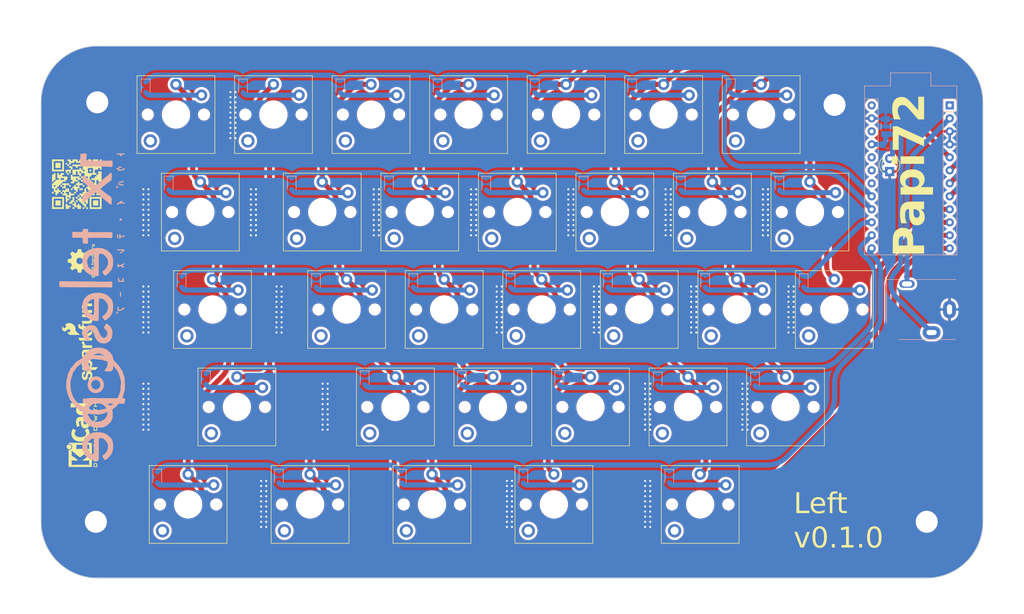
<source format=kicad_pcb>
(kicad_pcb (version 20241229) (generator "pcbnew") (generator_version "9.0")
  (title_block (title "Papi72_Left") (date "2025-11-07") (rev "v0.1.0") (company "1x telescope"))
  (layers (0 "F.Cu" signal) (2 "B.Cu" signal) (13 "F.Paste" user) (15 "B.Paste" user) (5 "F.SilkS" user "F.Silkscreen") (7 "B.SilkS" user "B.Silkscreen") (1 "F.Mask" user) (3 "B.Mask" user) (25 "Edge.Cuts" user))
  (net 0 "")
  (net 1 "Row0")
  (net 2 "Row1")
  (net 3 "Row2")
  (net 4 "Row3")
  (net 5 "Row4")
  (net 6 "Col0")
  (net 7 "Col1")
  (net 8 "Col2")
  (net 9 "Col3")
  (net 10 "Col4")
  (net 11 "Col5")
  (net 12 "GND")
  (net 13 "5V")
  (net 16 "Bridge")
  (net 17 "Net-(D15-A)")
  (net 18 "Col6")
  (net 19 "Net-(D1-A)")
  (net 20 "Col7")
  (net 25 "Net-(D2-A)")
  (net 26 "Net-(D3-A)")
  (net 27 "Net-(D4-A)")
  (net 28 "Net-(D5-A)")
  (net 29 "Net-(D6-A)")
  (net 30 "Net-(D7-A)")
  (net 31 "Net-(D8-A)")
  (net 32 "Net-(D9-A)")
  (net 33 "Net-(D10-A)")
  (net 34 "Net-(D11-A)")
  (net 35 "Net-(D12-A)")
  (net 36 "Net-(D13-A)")
  (net 37 "Net-(D14-A)")
  (net 38 "Net-(D16-A)")
  (net 39 "Net-(D17-A)")
  (net 40 "Net-(D18-A)")
  (net 41 "Net-(D19-A)")
  (net 42 "Net-(D20-A)")
  (net 43 "Net-(D21-A)")
  (net 44 "Net-(D22-A)")
  (net 45 "Net-(D23-A)")
  (net 46 "Net-(D24-A)")
  (net 47 "Net-(D25-A)")
  (net 48 "Net-(D26-A)")
  (net 49 "Net-(D27-A)")
  (net 50 "Net-(D28-A)")
  (net 51 "Net-(D29-A)")
  (net 52 "Net-(D30-A)")
  (net 53 "Net-(D31-A)")
  (net 54 "Net-(D32-A)")
  (net 55 "Net-(D33-A)")
  (footprint "PCM_Switch_Keyboard_Kailh:SW_Kailh_Choc_V1V2_1.00u" (layer "F.Cu") (at 84.3625 62.4)
    (property "Reference" "SW1" (hide yes))
    (property "Value" "SW_Push")
  )
  (footprint "PCM_Switch_Keyboard_Kailh:SW_Kailh_Choc_V1V2_1.00u" (layer "F.Cu") (at 103.4125 62.4)
    (property "Reference" "SW2" (hide yes))
    (property "Value" "SW_Push")
  )
  (footprint "PCM_Switch_Keyboard_Kailh:SW_Kailh_Choc_V1V2_1.00u" (layer "F.Cu") (at 122.4625 62.4)
    (property "Reference" "SW3" (hide yes))
    (property "Value" "SW_Push")
  )
  (footprint "PCM_Switch_Keyboard_Kailh:SW_Kailh_Choc_V1V2_1.00u" (layer "F.Cu") (at 141.5125 62.4)
    (property "Reference" "SW4" (hide yes))
    (property "Value" "SW_Push")
  )
  (footprint "PCM_Switch_Keyboard_Kailh:SW_Kailh_Choc_V1V2_1.00u" (layer "F.Cu") (at 160.5625 62.4)
    (property "Reference" "SW5" (hide yes))
    (property "Value" "SW_Push")
  )
  (footprint "PCM_Switch_Keyboard_Kailh:SW_Kailh_Choc_V1V2_1.00u" (layer "F.Cu") (at 179.6125 62.4)
    (property "Reference" "SW6" (hide yes))
    (property "Value" "SW_Push")
  )
  (footprint "PCM_Switch_Keyboard_Kailh:SW_Kailh_Choc_V1V2_1.00u" (layer "F.Cu") (at 198.6625 62.4)
    (property "Reference" "SW7" (hide yes))
    (property "Value" "SW_Push")
  )
  (footprint "PCM_Switch_Keyboard_Kailh:SW_Kailh_Choc_V1V2_1.50u" (layer "F.Cu") (at 89.125 81.45)
    (property "Reference" "SW8" (hide yes))
    (property "Value" "SW_Push")
  )
  (footprint "PCM_Switch_Keyboard_Kailh:SW_Kailh_Choc_V1V2_1.00u" (layer "F.Cu") (at 112.9375 81.45)
    (property "Reference" "SW9" (hide yes))
    (property "Value" "SW_Push")
  )
  (footprint "PCM_Switch_Keyboard_Kailh:SW_Kailh_Choc_V1V2_1.00u" (layer "F.Cu") (at 131.9875 81.45)
    (property "Reference" "SW10" (hide yes))
    (property "Value" "SW_Push")
  )
  (footprint "PCM_Switch_Keyboard_Kailh:SW_Kailh_Choc_V1V2_1.00u" (layer "F.Cu") (at 151.0375 81.45)
    (property "Reference" "SW11" (hide yes))
    (property "Value" "SW_Push")
  )
  (footprint "PCM_Switch_Keyboard_Kailh:SW_Kailh_Choc_V1V2_1.00u" (layer "F.Cu") (at 170.0875 81.45)
    (property "Reference" "SW12" (hide yes))
    (property "Value" "SW_Push")
  )
  (footprint "PCM_Switch_Keyboard_Kailh:SW_Kailh_Choc_V1V2_1.00u" (layer "F.Cu") (at 189.1375 81.45)
    (property "Reference" "SW13" (hide yes))
    (property "Value" "SW_Push")
  )
  (footprint "PCM_Switch_Keyboard_Kailh:SW_Kailh_Choc_V1V2_1.00u" (layer "F.Cu") (at 208.1875 81.45)
    (property "Reference" "SW14" (hide yes))
    (property "Value" "SW_Push")
  )
  (footprint "PCM_Switch_Keyboard_Kailh:SW_Kailh_Choc_V1V2_1.75u" (layer "F.Cu") (at 91.50625 100.5)
    (property "Reference" "SW15" (hide yes))
    (property "Value" "SW_Push")
  )
  (footprint "PCM_Switch_Keyboard_Kailh:SW_Kailh_Choc_V1V2_1.00u" (layer "F.Cu") (at 117.7 100.5)
    (property "Reference" "SW16" (hide yes))
    (property "Value" "SW_Push")
  )
  (footprint "PCM_Switch_Keyboard_Kailh:SW_Kailh_Choc_V1V2_1.00u" (layer "F.Cu") (at 136.75 100.5)
    (property "Reference" "SW17" (hide yes))
    (property "Value" "SW_Push")
  )
  (footprint "PCM_Switch_Keyboard_Kailh:SW_Kailh_Choc_V1V2_1.00u" (layer "F.Cu") (at 155.8 100.5)
    (property "Reference" "SW18" (hide yes))
    (property "Value" "SW_Push")
  )
  (footprint "PCM_Switch_Keyboard_Kailh:SW_Kailh_Choc_V1V2_1.00u" (layer "F.Cu") (at 174.85 100.5)
    (property "Reference" "SW19" (hide yes))
    (property "Value" "SW_Push")
  )
  (footprint "PCM_Switch_Keyboard_Kailh:SW_Kailh_Choc_V1V2_1.00u" (layer "F.Cu") (at 193.9 100.5)
    (property "Reference" "SW20" (hide yes))
    (property "Value" "SW_Push")
  )
  (footprint "PCM_Switch_Keyboard_Kailh:SW_Kailh_Choc_V1V2_1.00u" (layer "F.Cu") (at 212.95 100.5)
    (property "Reference" "SW21" (hide yes))
    (property "Value" "SW_Push")
  )
  (footprint "PCM_Switch_Keyboard_Kailh:SW_Kailh_Choc_V1V2_2.25u" (layer "F.Cu") (at 96.26875 119.55)
    (property "Reference" "SW22" (hide yes))
    (property "Value" "SW_Push")
  )
  (footprint "PCM_Switch_Keyboard_Kailh:SW_Kailh_Choc_V1V2_1.00u" (layer "F.Cu") (at 127.225 119.55)
    (property "Reference" "SW23" (hide yes))
    (property "Value" "SW_Push")
  )
  (footprint "PCM_Switch_Keyboard_Kailh:SW_Kailh_Choc_V1V2_1.00u" (layer "F.Cu") (at 146.275 119.55)
    (property "Reference" "SW24" (hide yes))
    (property "Value" "SW_Push")
  )
  (footprint "PCM_Switch_Keyboard_Kailh:SW_Kailh_Choc_V1V2_1.00u" (layer "F.Cu") (at 165.325 119.55)
    (property "Reference" "SW25" (hide yes))
    (property "Value" "SW_Push")
  )
  (footprint "PCM_Switch_Keyboard_Kailh:SW_Kailh_Choc_V1V2_1.00u" (layer "F.Cu") (at 184.375 119.55)
    (property "Reference" "SW26" (hide yes))
    (property "Value" "SW_Push")
  )
  (footprint "PCM_Switch_Keyboard_Kailh:SW_Kailh_Choc_V1V2_1.00u" (layer "F.Cu") (at 203.425 119.55)
    (property "Reference" "SW27" (hide yes))
    (property "Value" "SW_Push")
  )
  (footprint "PCM_Switch_Keyboard_Kailh:SW_Kailh_Choc_V1V2_1.25u" (layer "F.Cu") (at 86.74375 138.6)
    (property "Reference" "SW28" (hide yes))
    (property "Value" "SW_Push")
  )
  (footprint "PCM_Switch_Keyboard_Kailh:SW_Kailh_Choc_V1V2_1.25u" (layer "F.Cu") (at 110.55625 138.6)
    (property "Reference" "SW29" (hide yes))
    (property "Value" "SW_Push")
  )
  (footprint "PCM_Switch_Keyboard_Kailh:SW_Kailh_Choc_V1V2_1.25u" (layer "F.Cu") (at 134.36875 138.6)
    (property "Reference" "SW30" (hide yes))
    (property "Value" "SW_Push")
  )
  (footprint "PCM_Switch_Keyboard_Kailh:SW_Kailh_Choc_V1V2_1.25u" (layer "F.Cu") (at 158.18125 138.6)
    (property "Reference" "SW31" (hide yes))
    (property "Value" "SW_Push")
  )
  (footprint "PCM_Switch_Keyboard_Kailh:SW_Kailh_Choc_V1V2_1.75u" (layer "F.Cu") (at 186.75625 138.6)
    (property "Reference" "SW32" (hide yes))
    (property "Value" "SW_Push")
  )
  (footprint "Symbol:KiCad-Logo2_5mm_SilkScreen" (layer "F.Cu") (at 66 125 90)
    (property "Reference" "G11" (hide yes))
    (property "Value" "KiCad-Logo2_5mm_SilkScreen" (hide yes))
  )
  (footprint "" (layer "F.Cu") (at 213 60.5)
    (property "Reference" "")
    (property "Value" "")
  )
  (footprint "LED_THT:LED_D3.0mm_Clear" (layer "F.Cu") (at 223.75 73.52 90)
    (property "Reference" "D33" (hide yes))
    (property "Value" "LED")
  )
  (footprint "" (layer "F.Cu") (at 68.722329 142.003856)
    (property "Reference" "")
    (property "Value" "")
  )
  (footprint "LOGO" (layer "F.Cu") (at 65 76 90)
    (property "Reference" "G9" (hide yes))
    (property "Value" "LOGO" (hide yes))
  )
  (footprint "PCM_SparkFun-Aesthetic:SparkFun_Logo_15mm" (layer "F.Cu") (at 67 107 90)
    (property "Reference" "G10" (hide yes))
    (property "Value" "LOGO" (hide yes))
  )
  (footprint "Symbol:OSHW-Logo2_7.3x6mm_SilkScreen" (layer "F.Cu") (at 66 91 90)
    (property "Reference" "G12" (hide yes))
    (property "Value" "OSHW-Logo2_7.3x6mm_SilkScreen" (hide yes))
  )
  (footprint "MountingHole:MountingHole_4.3mm_M4_DIN965_Pad" (layer "F.Cu") (at 69 60)
    (property "Reference" "H1" (hide yes))
    (property "Value" "MountingHole_4.3mm_M4_DIN965_Pad")
  )
  (footprint "" (layer "F.Cu") (at 231.000001 142.000001)
    (property "Reference" "")
    (property "Value" "")
  )
  (footprint "Diode_SMD:D_SOD-323" (layer "B.Cu") (at 154.475 57.05 -90)
    (property "Reference" "D5" (hide yes))
    (property "Value" "1N4148WS")
  )
  (footprint "Diode_SMD:D_SOD-323" (layer "B.Cu") (at 104.475 133.35 -90)
    (property "Reference" "D29" (hide yes))
    (property "Value" "1N4148WS")
  )
  (footprint "Diode_SMD:D_SOD-323" (layer "B.Cu") (at 192.7375 57.05 -90)
    (property "Reference" "D7" (hide yes))
    (property "Value" "1N4148WS")
  )
  (footprint "Diode_SMD:D_SOD-323" (layer "B.Cu") (at 159.225 114.1 -90)
    (property "Reference" "D25" (hide yes))
    (property "Value" "1N4148WS")
  )
  (footprint "Diode_SMD:D_SOD-323" (layer "B.Cu") (at 173.475 57.05 -90)
    (property "Reference" "D6" (hide yes))
    (property "Value" "1N4148WS")
  )
  (footprint "Diode_SMD:D_SOD-323" (layer "B.Cu") (at 116.475 57.05 -90)
    (property "Reference" "D3" (hide yes))
    (property "Value" "1N4148WS")
  )
  (footprint "Resistor_SMD:R_0805_2012Metric" (layer "B.Cu") (at 223.4125 68.25 180)
    (property "Reference" "R1" (hide yes))
    (property "Value" "10k")
  )
  (footprint "Diode_SMD:D_SOD-323" (layer "B.Cu") (at 140.225 114.1 -90)
    (property "Reference" "D24" (hide yes))
    (property "Value" "1N4148WS")
  )
  (footprint "Diode_SMD:D_SOD-323" (layer "B.Cu") (at 163.975 76.1 -90)
    (property "Reference" "D12" (hide yes))
    (property "Value" "1N4148WS")
  )
  (footprint "Diode_SMD:D_SOD-323" (layer "B.Cu") (at 106.975 76.05 -90)
    (property "Reference" "D9" (hide yes))
    (property "Value" "1N4148WS")
  )
  (footprint "Diode_SMD:D_SOD-323" (layer "B.Cu") (at 82.975 76.05 -90)
    (property "Reference" "D8" (hide yes))
    (property "Value" "1N4148WS")
  )
  (footprint "Diode_SMD:D_SOD-323" (layer "B.Cu") (at 182.975 76.1 -90)
    (property "Reference" "D13" (hide yes))
    (property "Value" "1N4148WS")
  )
  (footprint "Diode_SMD:D_SOD-323" (layer "B.Cu") (at 149.725 95.1 -90)
    (property "Reference" "D18" (hide yes))
    (property "Value" "1N4148WS")
  )
  (footprint "Diode_SMD:D_SOD-323" (layer "B.Cu") (at 197.475 114.35 -90)
    (property "Reference" "D27" (hide yes))
    (property "Value" "1N4148WS")
  )
  (footprint "Diode_SMD:D_SOD-323" (layer "B.Cu") (at 135.475 57.05 -90)
    (property "Reference" "D4" (hide yes))
    (property "Value" "1N4148WS")
  )
  (footprint "LOGO" (layer "B.Cu") (at 68 100 -90)
    (property "Reference" "G5" (hide yes))
    (property "Value" "LOGO" (hide yes))
  )
  (footprint "Diode_SMD:D_SOD-323" (layer "B.Cu") (at 121.225 114.1 -90)
    (property "Reference" "D23" (hide yes))
    (property "Value" "1N4148WS")
  )
  (footprint "Capacitor_SMD:C_1206_3216Metric" (layer "B.Cu") (at 223 64.75 90)
    (property "Reference" "C1" (hide yes))
    (property "Value" "106")
  )
  (footprint "Diode_SMD:D_SOD-323" (layer "B.Cu") (at 180.725 133.35 -90)
    (property "Reference" "D32" (hide yes))
    (property "Value" "1N4148WS")
  )
  (footprint "Diode_SMD:D_SOD-323" (layer "B.Cu") (at 187.725 95.1 -90)
    (property "Reference" "D20" (hide yes))
    (property "Value" "1N4148WS")
  )
  (footprint "Arduino:Sparkfun_Pro_Micro" (layer "B.Cu") (at 220.25 88.54)
    (property "Reference" "U1" (hide yes))
    (property "Value" "Sparkfun_Pro_Micro")
  )
  (footprint "Diode_SMD:D_SOD-323" (layer "B.Cu") (at 85.475 95.1 -90)
    (property "Reference" "D15" (hide yes))
    (property "Value" "1N4148WS")
  )
  (footprint "Diode_SMD:D_SOD-323" (layer "B.Cu") (at 125.975 76.05 -90)
    (property "Reference" "D10" (hide yes))
    (property "Value" "1N4148WS")
  )
  (footprint "Diode_SMD:D_SOD-323" (layer "B.Cu") (at 80.725 133.3 -90)
    (property "Reference" "D28" (hide yes))
    (property "Value" "1N4148WS")
  )
  (footprint "Diode_SMD:D_SOD-323" (layer "B.Cu") (at 97.475 57.05 -90)
    (property "Reference" "D2" (hide yes))
    (property "Value" "1N4148WS")
  )
  (footprint "Diode_SMD:D_SOD-323" (layer "B.Cu") (at 128.475 133.35 -90)
    (property "Reference" "D30" (hide yes))
    (property "Value" "1N4148WS")
  )
  (footprint "Diode_SMD:D_SOD-323" (layer "B.Cu") (at 111.725 95.1 -90)
    (property "Reference" "D16" (hide yes))
    (property "Value" "1N4148WS")
  )
  (footprint "Diode_SMD:D_SOD-323" (layer "B.Cu") (at 202.225 76.1 -90)
    (property "Reference" "D14" (hide yes))
    (property "Value" "1N4148WS")
  )
  (footprint "Connector_Audio:Jack_3.5mm_CUI_SJ1-3513N_Horizontal" (layer "B.Cu") (at 235.45 100.5 180)
    (property "Reference" "J1" (hide yes))
    (property "Value" "AudioJack3")
  )
  (footprint "Diode_SMD:D_SOD-323" (layer "B.Cu") (at 130.725 95.1 -90)
    (property "Reference" "D17" (hide yes))
    (property "Value" "1N4148WS")
  )
  (footprint "Diode_SMD:D_SOD-323" (layer "B.Cu") (at 206.975 95.1 -90)
    (property "Reference" "D21" (hide yes))
    (property "Value" "1N4148WS")
  )
  (footprint "Diode_SMD:D_SOD-323" (layer "B.Cu") (at 152.225 133.35 -90)
    (property "Reference" "D31" (hide yes))
    (property "Value" "1N4148WS")
  )
  (footprint "Diode_SMD:D_SOD-323" (layer "B.Cu") (at 178.475 114.35 -90)
    (property "Reference" "D26" (hide yes))
    (property "Value" "1N4148WS")
  )
  (footprint "Diode_SMD:D_SOD-323" (layer "B.Cu") (at 168.725 95.1 -90)
    (property "Reference" "D19" (hide yes))
    (property "Value" "1N4148WS")
  )
  (footprint "Diode_SMD:D_SOD-323" (layer "B.Cu") (at 144.975 76.1 -90)
    (property "Reference" "D11" (hide yes))
    (property "Value" "1N4148WS")
  )
  (footprint "Diode_SMD:D_SOD-323" (layer "B.Cu") (at 78.475 57.05 -90)
    (property "Reference" "D1" (hide yes))
    (property "Value" "1N4148WS")
  )
  (footprint "Diode_SMD:D_SOD-323" (layer "B.Cu") (at 90.225 114.1 -90)
    (property "Reference" "D22" (hide yes))
    (property "Value" "1N4148WS")
  )
  (gr_arc (start 69 153) (mid 61.221825 149.778175) (end 58 142) (stroke (width 0.15)) (layer "Edge.Cuts"))
  (gr_line (start 58 142) (end 58 60) (stroke (width 0.15)) (layer "Edge.Cuts"))
  (gr_line (start 69 153) (end 231 153) (stroke (width 0.15)) (layer "Edge.Cuts"))
  (gr_arc (start 242 142) (mid 238.778175 149.778175) (end 231 153) (stroke (width 0.15)) (layer "Edge.Cuts"))
  (gr_line (start 242 142) (end 242 60) (stroke (width 0.15)) (layer "Edge.Cuts"))
  (gr_arc (start 231 49) (mid 238.778175 52.221825) (end 242 60) (stroke (width 0.15)) (layer "Edge.Cuts"))
  (gr_line (start 231 49) (end 69 49) (stroke (width 0.15)) (layer "Edge.Cuts"))
  (gr_arc (start 58 60) (mid 61.221825 52.221825) (end 69 49) (stroke (width 0.15)) (layer "Edge.Cuts"))
  (gr_text "Papi72" (at 228 74.25 90) (layer "F.SilkS") (effects (font (size 6 6) (thickness 0.3) (bold yes))))
  (gr_text "Left\nv0.1.0" (at 205 142 0) (layer "F.SilkS") (effects (font (size 4 4) (thickness 0.5)) (justify left)))
  (segment (start 192.0995 55.362) (end 192.087 55.3495) (width 1) (layer "B.Cu") (net 1))
  (segment (start 171.254054 54.699) (end 156.695945 54.699) (width 1) (layer "B.Cu") (net 1))
  (segment (start 195.023378 72.548) (end 212.164036 72.548) (width 1) (layer "B.Cu") (net 1))
  (segment (start 190.516554 54.699) (end 175.695945 54.699) (width 1) (layer "B.Cu") (net 1))
  (segment (start 79.1255 55.3495) (end 78.475 56) (width 1) (layer "B.Cu") (net 1))
  (segment (start 216.011792 74.141792) (end 220.25 78.38) (width 1) (layer "B.Cu") (net 1))
  (segment (start 114.254054 54.699) (end 99.695945 54.699) (width 1) (layer "B.Cu") (net 1))
  (segment (start 118.695945 54.699) (end 133.254054 54.699) (width 1) (layer "B.Cu") (net 1))
  (segment (start 152.254054 54.699) (end 137.695945 54.699) (width 1) (layer "B.Cu") (net 1))
  (segment (start 191.4615 58.178268) (end 191.4615 68.986121) (width 1) (layer "B.Cu") (net 1))
  (segment (start 95.254054 54.699) (end 80.695945 54.699) (width 1) (layer "B.Cu") (net 1))
  (arc (start 156.695945 54.699) (mid 155.846026 54.868059) (end 155.1255 55.3495) (width 1) (layer "B.Cu") (net 1))
  (arc (start 172.8245 55.3495) (mid 172.103973 54.868059) (end 171.254054 54.699) (width 1) (layer "B.Cu") (net 1))
  (arc (start 172.8245 55.3495) (mid 173.475 55.618945) (end 174.1255 55.3495) (width 1) (layer "B.Cu") (net 1))
  (arc (start 153.8245 55.3495) (mid 153.103973 54.868059) (end 152.254054 54.699) (width 1) (layer "B.Cu") (net 1))
  (arc (start 191.4615 68.986121) (mid 191.732631 70.349193) (end 192.50475 71.50475) (width 1) (layer "B.Cu") (net 1))
  (arc (start 137.695945 54.699) (mid 136.846026 54.868059) (end 136.1255 55.3495) (width 1) (layer "B.Cu") (net 1))
  (arc (start 134.8245 55.3495) (mid 134.103973 54.868059) (end 133.254054 54.699) (width 1) (layer "B.Cu") (net 1))
  (arc (start 96.8245 55.3495) (mid 96.103973 54.868059) (end 95.254054 54.699) (width 1) (layer "B.Cu") (net 1))
  (arc (start 216.011792 74.141792) (mid 214.246426 72.962213) (end 212.164036 72.548) (width 1) (layer "B.Cu") (net 1))
  (arc (start 99.695945 54.699) (mid 98.846026 54.868059) (end 98.1255 55.3495) (width 1) (layer "B.Cu") (net 1))
  (arc (start 175.695945 54.699) (mid 174.846026 54.868059) (end 174.1255 55.3495) (width 1) (layer "B.Cu") (net 1))
  (arc (start 118.695945 54.699) (mid 117.846026 54.868059) (end 117.1255 55.3495) (width 1) (layer "B.Cu") (net 1))
  (arc (start 192.0995 55.362) (mid 192.363768 56) (end 192.0995 56.638) (width 1) (layer "B.Cu") (net 1))
  (arc (start 80.695945 54.699) (mid 79.846026 54.868059) (end 79.1255 55.3495) (width 1) (layer "B.Cu") (net 1))
  (arc (start 115.8245 55.3495) (mid 115.103973 54.868059) (end 114.254054 54.699) (width 1) (layer "B.Cu") (net 1))
  (arc (start 192.087 55.3495) (mid 191.366473 54.868059) (end 190.516554 54.699) (width 1) (layer "B.Cu") (net 1))
  (arc (start 192.0995 56.638) (mid 191.62731 57.344681) (end 191.4615 58.178268) (width 1) (layer "B.Cu") (net 1))
  (arc (start 134.8245 55.3495) (mid 135.475 55.618945) (end 136.1255 55.3495) (width 1) (layer "B.Cu") (net 1))
  (arc (start 96.8245 55.3495) (mid 97.475 55.618945) (end 98.1255 55.3495) (width 1) (layer "B.Cu") (net 1))
  (arc (start 192.50475 71.50475) (mid 193.660306 72.276868) (end 195.023378 72.548) (width 1) (layer "B.Cu") (net 1))
  (arc (start 115.8245 55.3495) (mid 116.475 55.618945) (end 117.1255 55.3495) (width 1) (layer "B.Cu") (net 1))
  (arc (start 153.8245 55.3495) (mid 154.475 55.618945) (end 155.1255 55.3495) (width 1) (layer "B.Cu") (net 1))
  (segment (start 210.825036 73.749) (end 204.445945 73.749) (width 1) (layer "B.Cu") (net 2))
  (segment (start 214.672792 75.342792) (end 220.25 80.92) (width 1) (layer "B.Cu") (net 2))
  (segment (start 200.004054 73.749) (end 185.195945 73.749) (width 1) (layer "B.Cu") (net 2))
  (segment (start 83.6005 74.3745) (end 82.975 75) (width 1) (layer "B.Cu") (net 2))
  (segment (start 180.754054 73.749) (end 166.195945 73.749) (width 1) (layer "B.Cu") (net 2))
  (segment (start 161.754054 73.749) (end 147.195945 73.749) (width 1) (layer "B.Cu") (net 2))
  (segment (start 104.839409 73.749) (end 85.11059 73.749) (width 1) (layer "B.Cu") (net 2))
  (segment (start 128.11059 73.749) (end 142.754054 73.749) (width 1) (layer "B.Cu") (net 2))
  (segment (start 109.11059 73.749) (end 123.839409 73.749) (width 1) (layer "B.Cu") (net 2))
  (arc (start 125.3495 74.3745) (mid 125.975 74.63359) (end 126.6005 74.3745) (width 1) (layer "B.Cu") (net 2))
  (arc (start 214.672792 75.342792) (mid 212.907426 74.163213) (end 210.825036 73.749) (width 1) (layer "B.Cu") (net 2))
  (arc (start 166.195945 73.749) (mid 165.346026 73.918059) (end 164.6255 74.3995) (width 1) (layer "B.Cu") (net 2))
  (arc (start 201.5745 74.3995) (mid 202.225 74.668945) (end 202.8755 74.3995) (width 1) (layer "B.Cu") (net 2))
  (arc (start 109.11059 73.749) (mid 108.293335 73.911562) (end 107.6005 74.3745) (width 1) (layer "B.Cu") (net 2))
  (arc (start 144.3245 74.3995) (mid 144.975 74.668945) (end 145.6255 74.3995) (width 1) (layer "B.Cu") (net 2))
  (arc (start 125.3495 74.3745) (mid 124.656664 73.911562) (end 123.839409 73.749) (width 1) (layer "B.Cu") (net 2))
  (arc (start 128.11059 73.749) (mid 127.293335 73.911562) (end 126.6005 74.3745) (width 1) (layer "B.Cu") (net 2))
  (arc (start 147.195945 73.749) (mid 146.346026 73.918059) (end 145.6255 74.3995) (width 1) (layer "B.Cu") (net 2))
  (arc (start 85.11059 73.749) (mid 84.293335 73.911562) (end 83.6005 74.3745) (width 1) (layer "B.Cu") (net 2))
  (arc (start 182.3245 74.3995) (mid 181.603973 73.918059) (end 180.754054 73.749) (width 1) (layer "B.Cu") (net 2))
  (arc (start 163.3245 74.3995) (mid 163.975 74.668945) (end 164.6255 74.3995) (width 1) (layer "B.Cu") (net 2))
  (arc (start 106.3495 74.3745) (mid 105.656664 73.911562) (end 104.839409 73.749) (width 1) (layer "B.Cu") (net 2))
  (arc (start 106.3495 74.3745) (mid 106.975 74.63359) (end 107.6005 74.3745) (width 1) (layer "B.Cu") (net 2))
  (arc (start 201.5745 74.3995) (mid 200.853973 73.918059) (end 200.004054 73.749) (width 1) (layer "B.Cu") (net 2))
  (arc (start 144.3245 74.3995) (mid 143.603973 73.918059) (end 142.754054 73.749) (width 1) (layer "B.Cu") (net 2))
  (arc (start 185.195945 73.749) (mid 184.346026 73.918059) (end 183.6255 74.3995) (width 1) (layer "B.Cu") (net 2))
  (arc (start 204.445945 73.749) (mid 203.596026 73.918059) (end 202.8755 74.3995) (width 1) (layer "B.Cu") (net 2))
  (arc (start 163.3245 74.3995) (mid 162.603973 73.918059) (end 161.754054 73.749) (width 1) (layer "B.Cu") (net 2))
  (arc (start 182.3245 74.3995) (mid 182.975 74.668945) (end 183.6255 74.3995) (width 1) (layer "B.Cu") (net 2))
  (segment (start 132.86059 92.799) (end 147.589409 92.799) (width 1) (layer "B.Cu") (net 3))
  (segment (start 170.86059 92.799) (end 185.589409 92.799) (width 1) (layer "B.Cu") (net 3))
  (segment (start 217.935423 84.064576) (end 208.294714 93.705285) (width 1) (layer "B.Cu") (net 3))
  (segment (start 166.589409 92.799) (end 151.86059 92.799) (width 1) (layer "B.Cu") (net 3))
  (segment (start 204.839409 92.799) (end 189.86059 92.799) (width 1) (layer "B.Cu") (net 3))
  (segment (start 206.3495 93.4245) (end 206.630285 93.705285) (width 1) (layer "B.Cu") (net 3))
  (segment (start 86.1005 93.4245) (end 85.475 94.05) (width 1) (layer "B.Cu") (net 3))
  (segment (start 219.395 83.46) (end 220.25 83.46) (width 1) (layer "B.Cu") (net 3))
  (segment (start 87.61059 92.799) (end 109.589409 92.799) (width 1) (layer "B.Cu") (net 3))
  (segment (start 113.86059 92.799) (end 128.589409 92.799) (width 1) (layer "B.Cu") (net 3))
  (arc (start 189.86059 92.799) (mid 189.043335 92.961562) (end 188.3505 93.4245) (width 1) (layer "B.Cu") (net 3))
  (arc (start 111.0995 93.4245) (mid 110.406664 92.961562) (end 109.589409 92.799) (width 1) (layer "B.Cu") (net 3))
  (arc (start 168.0995 93.4245) (mid 167.406664 92.961562) (end 166.589409 92.799) (width 1) (layer "B.Cu") (net 3))
  (arc (start 208.294714 93.705285) (mid 207.912891 93.960411) (end 207.4625 94.05) (width 1) (layer "B.Cu") (net 3))
  (arc (start 130.0995 93.4245) (mid 130.725 93.68359) (end 131.3505 93.4245) (width 1) (layer "B.Cu") (net 3))
  (arc (start 170.86059 92.799) (mid 170.043335 92.961562) (end 169.3505 93.4245) (width 1) (layer "B.Cu") (net 3))
  (arc (start 130.0995 93.4245) (mid 129.406664 92.961562) (end 128.589409 92.799) (width 1) (layer "B.Cu") (net 3))
  (arc (start 111.0995 93.4245) (mid 111.725 93.68359) (end 112.3505 93.4245) (width 1) (layer "B.Cu") (net 3))
  (arc (start 168.0995 93.4245) (mid 168.725 93.68359) (end 169.3505 93.4245) (width 1) (layer "B.Cu") (net 3))
  (arc (start 113.86059 92.799) (mid 113.043335 92.961562) (end 112.3505 93.4245) (width 1) (layer "B.Cu") (net 3))
  (arc (start 187.0995 93.4245) (mid 186.406664 92.961562) (end 185.589409 92.799) (width 1) (layer "B.Cu") (net 3))
  (arc (start 219.395 83.46) (mid 218.605082 83.617124) (end 217.935423 84.064576) (width 1) (layer "B.Cu") (net 3))
  (arc (start 151.86059 92.799) (mid 151.043335 92.961562) (end 150.3505 93.4245) (width 1) (layer "B.Cu") (net 3))
  (arc (start 149.0995 93.4245) (mid 148.406664 92.961562) (end 147.589409 92.799) (width 1) (layer "B.Cu") (net 3))
  (arc (start 149.0995 93.4245) (mid 149.725 93.68359) (end 150.3505 93.4245) (width 1) (layer "B.Cu") (net 3))
  (arc (start 132.86059 92.799) (mid 132.043335 92.961562) (end 131.3505 93.4245) (width 1) (layer "B.Cu") (net 3))
  (arc (start 206.3495 93.4245) (mid 205.656664 92.961562) (end 204.839409 92.799) (width 1) (layer "B.Cu") (net 3))
  (arc (start 206.630285 93.705285) (mid 207.012108 93.960411) (end 207.4625 94.05) (width 1) (layer "B.Cu") (net 3))
  (arc (start 87.61059 92.799) (mid 86.793335 92.961562) (end 86.1005 93.4245) (width 1) (layer "B.Cu") (net 3))
  (arc (start 187.0995 93.4245) (mid 187.725 93.68359) (end 188.3505 93.4245) (width 1) (layer "B.Cu") (net 3))
  (segment (start 138.174764 111.849) (end 123.275235 111.849) (width 1) (layer "B.Cu") (net 4))
  (segment (start 161.275235 111.849) (end 175.997988 111.849) (width 1) (layer "B.Cu") (net 4))
  (segment (start 194.997988 111.849) (end 180.952011 111.849) (width 1) (layer "B.Cu") (net 4))
  (segment (start 90.8255 112.4495) (end 90.225 113.05) (width 1) (layer "B.Cu") (net 4))
  (segment (start 220.799 100.947036) (end 220.799 93.984559) (width 1) (layer "B.Cu") (net 4))
  (segment (start 157.174764 111.849) (end 142.275235 111.849) (width 1) (layer "B.Cu") (net 4))
  (segment (start 218.338127 89.544495) (end 219.3995 90.605868) (width 1) (layer "B.Cu") (net 4))
  (segment (start 119.174764 111.849) (end 92.275235 111.849) (width 1) (layer "B.Cu") (net 4))
  (segment (start 218.338127 87.911872) (end 220.25 86) (width 1) (layer "B.Cu") (net 4))
  (segment (start 219.205207 104.794792) (end 213.744792 110.255207) (width 1) (layer "B.Cu") (net 4))
  (segment (start 199.952011 111.849) (end 209.897036 111.849) (width 1) (layer "B.Cu") (net 4))
  (arc (start 92.275235 111.849) (mid 91.490644 112.005064) (end 90.8255 112.4495) (width 1) (layer "B.Cu") (net 4))
  (arc (start 177.7495 112.5745) (mid 176.945899 112.037551) (end 175.997988 111.849) (width 1) (layer "B.Cu") (net 4))
  (arc (start 120.6245 112.4495) (mid 119.959355 112.005064) (end 119.174764 111.849) (width 1) (layer "B.Cu") (net 4))
  (arc (start 180.952011 111.849) (mid 180.0041 112.037551) (end 179.2005 112.5745) (width 1) (layer "B.Cu") (net 4))
  (arc (start 196.7495 112.5745) (mid 197.475 112.875011) (end 198.2005 112.5745) (width 1) (layer "B.Cu") (net 4))
  (arc (start 123.275235 111.849) (mid 122.490644 112.005064) (end 121.8255 112.4495) (width 1) (layer "B.Cu") (net 4))
  (arc (start 218 88.728184) (mid 218.087876 89.169968) (end 218.338127 89.544495) (width 1) (layer "B.Cu") (net 4))
  (arc (start 158.6245 112.4495) (mid 159.225 112.698235) (end 159.8255 112.4495) (width 1) (layer "B.Cu") (net 4))
  (arc (start 199.952011 111.849) (mid 199.0041 112.037551) (end 198.2005 112.5745) (width 1) (layer "B.Cu") (net 4))
  (arc (start 120.6245 112.4495) (mid 121.225 112.698235) (end 121.8255 112.4495) (width 1) (layer "B.Cu") (net 4))
  (arc (start 139.6245 112.4495) (mid 140.225 112.698235) (end 140.8255 112.4495) (width 1) (layer "B.Cu") (net 4))
  (arc (start 196.7495 112.5745) (mid 195.945899 112.037551) (end 194.997988 111.849) (width 1) (layer "B.Cu") (net 4))
  (arc (start 219.3995 90.605868) (mid 220.435281 92.156024) (end 220.799 93.984559) (width 1) (layer "B.Cu") (net 4))
  (arc (start 142.275235 111.849) (mid 141.490644 112.005064) (end 140.8255 112.4495) (width 1) (layer "B.Cu") (net 4))
  (arc (start 161.275235 111.849) (mid 160.490644 112.005064) (end 159.8255 112.4495) (width 1) (layer "B.Cu") (net 4))
  (arc (start 139.6245 112.4495) (mid 138.959355 112.005064) (end 138.174764 111.849) (width 1) (layer "B.Cu") (net 4))
  (arc (start 218.338127 87.911872) (mid 218.087876 88.286399) (end 218 88.728184) (width 1) (layer "B.Cu") (net 4))
  (arc (start 213.744792 110.255207) (mid 211.979426 111.434786) (end 209.897036 111.849) (width 1) (layer "B.Cu") (net 4))
  (arc (start 158.6245 112.4495) (mid 157.959355 112.005064) (end 157.174764 111.849) (width 1) (layer "B.Cu") (net 4))
  (arc (start 220.799 100.947036) (mid 220.384786 103.029426) (end 219.205207 104.794792) (width 1) (layer "B.Cu") (net 4))
  (arc (start 177.7495 112.5745) (mid 178.475 112.875011) (end 179.2005 112.5745) (width 1) (layer "B.Cu") (net 4))
  (segment (start 213 117.746036) (end 213 114.952433) (width 1) (layer "B.Cu") (net 5))
  (segment (start 199.847036 130.899) (end 183.116656 130.899) (width 1) (layer "B.Cu") (net 5))
  (segment (start 178.333343 130.899) (end 154.616656 130.899) (width 1) (layer "B.Cu") (net 5))
  (segment (start 130.866656 130.899) (end 149.833343 130.899) (width 1) (layer "B.Cu") (net 5))
  (segment (start 102.083343 130.899) (end 83.031301 130.899) (width 1) (layer "B.Cu") (net 5))
  (segment (start 211.406207 121.593792) (end 203.694792 129.305207) (width 1) (layer "B.Cu") (net 5))
  (segment (start 106.866656 130.899) (end 126.083343 130.899) (width 1) (layer "B.Cu") (net 5))
  (segment (start 220.820525 90.328423) (end 219.945525 89.453423) (width 1) (layer "B.Cu") (net 5))
  (segment (start 214.593792 111.104677) (end 220.406206 105.292263) (width 1) (layer "B.Cu") (net 5))
  (segment (start 219.945525 88.844474) (end 220.25 88.54) (width 1) (layer "B.Cu") (net 5))
  (segment (start 81.4005 131.5745) (end 80.725 132.25) (width 1) (layer "B.Cu") (net 5))
  (segment (start 221.999999 93.175926) (end 221.999999 101.444507) (width 1) (layer "B.Cu") (net 5))
  (arc (start 203.694792 129.305207) (mid 201.929426 130.484786) (end 199.847036 130.899) (width 1) (layer "B.Cu") (net 5))
  (arc (start 127.7745 131.5995) (mid 128.475 131.889656) (end 129.1755 131.5995) (width 1) (layer "B.Cu") (net 5))
  (arc (start 103.7745 131.5995) (mid 102.99859 131.081054) (end 102.083343 130.899) (width 1) (layer "B.Cu") (net 5))
  (arc (start 221.999999 101.444507) (mid 221.585785 103.526897) (end 220.406206 105.292263) (width 1) (layer "B.Cu") (net 5))
  (arc (start 151.5245 131.5995) (mid 152.225 131.889656) (end 152.9255 131.5995) (width 1) (layer "B.Cu") (net 5))
  (arc (start 106.866656 130.899) (mid 105.951409 131.081054) (end 105.1755 131.5995) (width 1) (layer "B.Cu") (net 5))
  (arc (start 103.7745 131.5995) (mid 104.475 131.889656) (end 105.1755 131.5995) (width 1) (layer "B.Cu") (net 5))
  (arc (start 213 117.746036) (mid 212.585786 119.828426) (end 211.406207 121.593792) (width 1) (layer "B.Cu") (net 5))
  (arc (start 219.945525 88.844474) (mid 219.819407 89.148948) (end 219.945525 89.453423) (width 1) (layer "B.Cu") (net 5))
  (arc (start 220.820525 90.328423) (mid 221.693464 91.634868) (end 221.999999 93.175926) (width 1) (layer "B.Cu") (net 5))
  (arc (start 183.116656 130.899) (mid 182.201409 131.081054) (end 181.4255 131.5995) (width 1) (layer "B.Cu") (net 5))
  (arc (start 151.5245 131.5995) (mid 150.74859 131.081054) (end 149.833343 130.899) (width 1) (layer "B.Cu") (net 5))
  (arc (start 130.866656 130.899) (mid 129.951409 131.081054) (end 129.1755 131.5995) (width 1) (layer "B.Cu") (net 5))
  (arc (start 214.593792 111.104677) (mid 213.414213 112.870042) (end 213 114.952433) (width 1) (layer "B.Cu") (net 5))
  (arc (start 83.031301 130.899) (mid 82.148717 131.074556) (end 81.4005 131.5745) (width 1) (layer "B.Cu") (net 5))
  (arc (start 180.0245 131.5995) (mid 180.725 131.889656) (end 181.4255 131.5995) (width 1) (layer "B.Cu") (net 5))
  (arc (start 127.7745 131.5995) (mid 126.99859 131.081054) (end 126.083343 130.899) (width 1) (layer "B.Cu") (net 5))
  (arc (start 154.616656 130.899) (mid 153.701409 131.081054) (end 152.9255 131.5995) (width 1) (layer "B.Cu") (net 5))
  (arc (start 180.0245 131.5995) (mid 179.24859 131.081054) (end 178.333343 130.899) (width 1) (layer "B.Cu") (net 5))
  (segment (start 223.009205 116.689264) (end 191.091262 148.607207) (width 1) (layer "F.Cu") (net 6))
  (segment (start 88.337542 118.662457) (end 93.188457 113.811542) (width 1) (layer "F.Cu") (net 6))
  (segment (start 94.78225 100.129963) (end 94.78225 109.963786) (width 1) (layer "F.Cu") (net 6))
  (segment (start 90.01975 138.229963) (end 90.01975 142.765786) (width 1) (layer "F.Cu") (net 6))
  (segment (start 91.613542 146.613542) (end 93.607207 148.607207) (width 1) (layer "F.Cu") (net 6))
  (segment (start 187.243506 150.201) (end 97.454963 150.201) (width 1) (layer "F.Cu") (net 6))
  (segment (start 88.38175 74.80675) (end 89.86825 76.29325) (width 1) (layer "F.Cu") (net 6))
  (segment (start 86.74375 122.510213) (end 86.74375 132.7) (width 1) (layer "F.Cu") (net 6))
  (segment (start 224.602999 96.746373) (end 224.602998 112.841508) (width 1) (layer "F.Cu") (net 6))
  (segment (start 226.196792 92.898616) (end 228.961617 90.133792) (width 1) (layer "F.Cu") (net 6))
  (segment (start 93.188457 96.282207) (end 91.953625 95.047375) (width 1) (layer "F.Cu") (net 6))
  (segment (start 88.425957 134.382207) (end 86.74375 132.7) (width 1) (layer "F.Cu") (net 6))
  (segment (start 232.809373 88.54) (end 235.49 88.54) (width 1) (layer "F.Cu") (net 6))
  (segment (start 86.044707 58.182207) (end 84.3625 56.5) (width 1) (layer "F.Cu") (net 6))
  (segment (start 92.401 93.072566) (end 92.401 81.079963) (width 1) (layer "F.Cu") (net 6))
  (segment (start 87.6385 62.029963) (end 87.6385 73.012385) (width 1) (layer "F.Cu") (net 6))
  (segment (start 89.86825 76.29325) (end 90.807207 77.232207) (width 1) (layer "F.Cu") (net 6))
  (arc (start 87.6385 73.012385) (mid 87.831664 73.983488) (end 88.38175 74.80675) (width 1) (layer "F.Cu") (net 6))
  (arc (start 90.807207 77.232207) (mid 91.986786 78.997572) (end 92.401 81.079963) (width 1) (layer "F.Cu") (net 6))
  (arc (start 94.78225 109.963786) (mid 94.368036 112.046176) (end 93.188457 113.811542) (width 1) (layer "F.Cu") (net 6))
  (arc (start 93.607207 148.607207) (mid 95.372572 149.786786) (end 97.454963 150.201) (width 1) (layer "F.Cu") (net 6))
  (arc (start 93.188457 96.282207) (mid 94.368036 98.047572) (end 94.78225 100.129963) (width 1) (layer "F.Cu") (net 6))
  (arc (start 88.425957 134.382207) (mid 89.605536 136.147572) (end 90.01975 138.229963) (width 1) (layer "F.Cu") (net 6))
  (arc (start 232.809373 88.54) (mid 230.726982 88.954213) (end 228.961617 90.133792) (width 1) (layer "F.Cu") (net 6))
  (arc (start 91.953625 94.152625) (mid 91.768316 94.6) (end 91.953625 95.047375) (width 1) (layer "F.Cu") (net 6))
  (arc (start 88.337542 118.662457) (mid 87.157963 120.427822) (end 86.74375 122.510213) (width 1) (layer "F.Cu") (net 6))
  (arc (start 226.196792 92.898616) (mid 225.017212 94.663982) (end 224.602999 96.746373) (width 1) (layer "F.Cu") (net 6))
  (arc (start 224.602998 112.841508) (mid 224.188784 114.923898) (end 223.009205 116.689264) (width 1) (layer "F.Cu") (net 6))
  (arc (start 191.091262 148.607207) (mid 189.325896 149.786786) (end 187.243506 150.201) (width 1) (layer "F.Cu") (net 6))
  (arc (start 90.01975 142.765786) (mid 90.433963 144.848176) (end 91.613542 146.613542) (width 1) (layer "F.Cu") (net 6))
  (arc (start 86.044707 58.182207) (mid 87.224286 59.947572) (end 87.6385 62.029963) (width 1) (layer "F.Cu") (net 6))
  (arc (start 92.401 93.072566) (mid 92.284731 93.657089) (end 91.953625 94.152625) (width 1) (layer "F.Cu") (net 6))
  (segment (start 224.995792 92.401147) (end 229.949824 87.447115) (width 1) (layer "F.Cu") (net 7))
  (segment (start 100 62.09425) (end 100 62.402167) (width 1) (layer "F.Cu") (net 7))
  (segment (start 114 141.746036) (end 114 138.397713) (width 1) (layer "F.Cu") (net 7))
  (segment (start 233.44347 86) (end 235.49 86) (width 1) (layer "F.Cu") (net 7))
  (segment (start 186.746036 149) (end 121.253963 149) (width 1) (layer "F.Cu") (net 7))
  (segment (start 223.401999 96.248903) (end 223.401998 112.344038) (width 1) (layer "F.Cu") (net 7))
  (segment (start 115.593792 145.593792) (end 117.406207 147.406207) (width 1) (layer "F.Cu") (net 7))
  (segment (start 110.55625 123.810213) (end 110.55625 132.7) (width 1) (layer "F.Cu") (net 7))
  (segment (start 221.808205 116.191794) (end 190.593792 147.406207) (width 1) (layer "F.Cu") (net 7))
  (segment (start 102.65 68.799832) (end 102.65 111.650001) (width 1) (layer "F.Cu") (net 7))
  (segment (start 100.650001 113.65) (end 96.26875 113.65) (width 1) (layer "F.Cu") (net 7))
  (segment (start 112.406207 134.549957) (end 110.55625 132.7) (width 1) (layer "F.Cu") (net 7))
  (segment (start 108.962457 119.962457) (end 104.064212 115.064212) (width 1) (layer "F.Cu") (net 7))
  (segment (start 101.54273 58.369769) (end 103.4125 56.5) (width 1) (layer "F.Cu") (net 7))
  (arc (start 104.064212 115.064212) (mid 102.497758 114.017541) (end 100.650001 113.65) (width 1) (layer "F.Cu") (net 7))
  (arc (start 102.65 111.650001) (mid 103.017541 113.497758) (end 104.064212 115.064212) (width 1) (layer "F.Cu") (net 7))
  (arc (start 190.593792 147.406207) (mid 188.828426 148.585786) (end 186.746036 149) (width 1) (layer "F.Cu") (net 7))
  (arc (start 112.406207 134.549957) (mid 113.585786 136.315322) (end 114 138.397713) (width 1) (layer "F.Cu") (net 7))
  (arc (start 100.650001 113.65) (mid 102.064213 113.064213) (end 102.65 111.650001) (width 1) (layer "F.Cu") (net 7))
  (arc (start 117.406207 147.406207) (mid 119.171572 148.585786) (end 121.253963 149) (width 1) (layer "F.Cu") (net 7))
  (arc (start 100 62.402167) (mid 100.344356 64.133362) (end 101.325 65.601) (width 1) (layer "F.Cu") (net 7))
  (arc (start 108.962457 119.962457) (mid 110.142036 121.727822) (end 110.55625 123.810213) (width 1) (layer "F.Cu") (net 7))
  (arc (start 101.54273 58.369769) (mid 100.400942 60.078575) (end 100 62.09425) (width 1) (layer "F.Cu") (net 7))
  (arc (start 223.401998 112.344038) (mid 222.987784 114.426428) (end 221.808205 116.191794) (width 1) (layer "F.Cu") (net 7))
  (arc (start 224.995792 92.401147) (mid 223.816212 94.166512) (end 223.401999 96.248903) (width 1) (layer "F.Cu") (net 7))
  (arc (start 101.325 65.601) (mid 102.305643 67.068636) (end 102.65 68.799832) (width 1) (layer "F.Cu") (net 7))
  (arc (start 233.44347 86) (mid 231.552722 86.376092) (end 229.949824 87.447115) (width 1) (layer "F.Cu") (net 7))
  (arc (start 114 141.746036) (mid 114.414213 143.828426) (end 115.593792 145.593792) (width 1) (layer "F.Cu") (net 7))
  (segment (start 122.569792 108.994792) (end 127.225 113.65) (width 1) (layer "F.Cu") (net 8))
  (segment (start 128.907206 124.092792) (end 128.593792 124.406207) (width 1) (layer "F.Cu") (net 8))
  (segment (start 233.864235 83.46) (end 235.49 83.46) (width 1) (layer "F.Cu") (net 8))
  (segment (start 222.200999 111.846567) (end 222.200999 95.751433) (width 1) (layer "F.Cu") (net 8))
  (segment (start 130.501 120.245036) (end 130.501 119.179963) (width 1) (layer "F.Cu") (net 8))
  (segment (start 112.9375 65.316463) (end 112.9375 75.55) (width 1) (layer "F.Cu") (net 8))
  (segment (start 118.452597 57.547401) (end 114.531292 61.468707) (width 1) (layer "F.Cu") (net 8))
  (segment (start 231.08888 84.609589) (end 223.794792 91.903677) (width 1) (layer "F.Cu") (net 8))
  (segment (start 127 128.253963) (end 127 144.727914) (width 1) (layer "F.Cu") (net 8))
  (segment (start 116.95675 93.85675) (end 117.7 94.6) (width 1) (layer "F.Cu") (net 8))
  (segment (start 130.071085 147.799) (end 186.248566 147.799) (width 1) (layer "F.Cu") (net 8))
  (segment (start 120.976 105.147036) (end 120.976 100.129963) (width 1) (layer "F.Cu") (net 8))
  (segment (start 120.98125 56.5) (end 122.4625 56.5) (width 1) (layer "F.Cu") (net 8))
  (segment (start 220.607206 115.694323) (end 190.096322 146.205207) (width 1) (layer "F.Cu") (net 8))
  (segment (start 119.382207 96.282207) (end 117.7 94.6) (width 1) (layer "F.Cu") (net 8))
  (segment (start 114.619707 77.232207) (end 112.9375 75.55) (width 1) (layer "F.Cu") (net 8))
  (segment (start 116.2135 81.079963) (end 116.2135 92.062385) (width 1) (layer "F.Cu") (net 8))
  (segment (start 128.907207 115.332207) (end 127.225 113.65) (width 1) (layer "F.Cu") (net 8))
  (arc (start 119.382207 96.282207) (mid 120.561786 98.047572) (end 120.976 100.129963) (width 1) (layer "F.Cu") (net 8))
  (arc (start 233.864235 83.46) (mid 232.362223 83.758768) (end 231.08888 84.609589) (width 1) (layer "F.Cu") (net 8))
  (arc (start 222.200999 111.846567) (mid 221.786785 113.928957) (end 220.607206 115.694323) (width 1) (layer "F.Cu") (net 8))
  (arc (start 120.976 105.147036) (mid 121.390213 107.229426) (end 122.569792 108.994792) (width 1) (layer "F.Cu") (net 8))
  (arc (start 128.907207 115.332207) (mid 130.086786 117.097572) (end 130.501 119.179963) (width 1) (layer "F.Cu") (net 8))
  (arc (start 128.593792 124.406207) (mid 127.414213 126.171572) (end 127 128.253963) (width 1) (layer "F.Cu") (net 8))
  (arc (start 127 144.727914) (mid 127.233772 145.903168) (end 127.8995 146.8995) (width 1) (layer "F.Cu") (net 8))
  (arc (start 127.8995 146.8995) (mid 128.895831 147.565227) (end 130.071085 147.799) (width 1) (layer "F.Cu") (net 8))
  (arc (start 130.501 120.245036) (mid 130.086786 122.327426) (end 128.907206 124.092792) (width 1) (layer "F.Cu") (net 8))
  (arc (start 114.619707 77.232207) (mid 115.799286 78.997572) (end 116.2135 81.079963) (width 1) (layer "F.Cu") (net 8))
  (arc (start 120.98125 56.5) (mid 119.612753 56.77221) (end 118.452597 57.547401) (width 1) (layer "F.Cu") (net 8))
  (arc (start 190.096322 146.205207) (mid 188.330956 147.384786) (end 186.248566 147.799) (width 1) (layer "F.Cu") (net 8))
  (arc (start 116.2135 92.062385) (mid 116.406664 93.033488) (end 116.95675 93.85675) (width 1) (layer "F.Cu") (net 8))
  (arc (start 114.531292 61.468707) (mid 113.351713 63.234072) (end 112.9375 65.316463) (width 1) (layer "F.Cu") (net 8))
  (arc (start 223.794792 91.903677) (mid 222.615212 93.669042) (end 222.200999 95.751433) (width 1) (layer "F.Cu") (net 8))
  (segment (start 134.36875 132.7) (end 136.050957 134.382207) (width 1) (layer "F.Cu") (net 9))
  (segment (start 131.9875 75.55) (end 131.9875 65.266463) (width 1) (layer "F.Cu") (net 9))
  (segment (start 131.9875 75.55) (end 134.056208 77.618708) (width 1) (layer "F.Cu") (net 9))
  (segment (start 135.650001 81.466464) (end 135.650001 92.722184) (width 1) (layer "F.Cu") (net 9))
  (segment (start 189.598852 145.004207) (end 219.406207 115.196852) (width 1) (layer "F.Cu") (net 9))
  (segment (start 137.64475 139.390786) (end 137.64475 138.229963) (width 1) (layer "F.Cu") (net 9))
  (segment (start 135.962542 120.037457) (end 141.188 114.812) (width 1) (layer "F.Cu") (net 9))
  (segment (start 137.43492 57.565079) (end 133.581292 61.418707) (width 1) (layer "F.Cu") (net 9))
  (segment (start 140.00625 56.5) (end 141.5125 56.5) (width 1) (layer "F.Cu") (net 9))
  (segment (start 136.2 94.05) (end 137.299999 95.149999) (width 1) (layer "F.Cu") (net 9))
  (segment (start 138.432207 96.282207) (end 137.299999 95.149999) (width 1) (layer "F.Cu") (net 9))
  (segment (start 139.238542 143.238542) (end 141.004207 145.004207) (width 1) (layer "F.Cu") (net 9))
  (segment (start 221 95.253963) (end 221 111.349096) (width 1) (layer "F.Cu") (net 9))
  (segment (start 143.993316 113.65) (end 146.275 113.65) (width 1) (layer "F.Cu") (net 9))
  (segment (start 232.227936 81.772063) (end 222.593792 91.406207) (width 1) (layer "F.Cu") (net 9))
  (segment (start 234.285 80.92) (end 235.49 80.92) (width 1) (layer "F.Cu") (net 9))
  (segment (start 144.851963 146.598) (end 185.751096 146.598) (width 1) (layer "F.Cu") (net 9))
  (segment (start 140.026 100.129963) (end 140.026 109.682683) (width 1) (layer "F.Cu") (net 9))
  (segment (start 134.36875 123.885213) (end 134.36875 132.7) (width 1) (layer "F.Cu") (net 9))
  (arc (start 189.598852 145.004207) (mid 187.833486 146.183786) (end 185.751096 146.598) (width 1) (layer "F.Cu") (net 9))
  (arc (start 222.593792 91.406207) (mid 221.414213 93.171572) (end 221 95.253963) (width 1) (layer "F.Cu") (net 9))
  (arc (start 141.188 114.812) (mid 141.669316 113.65) (end 141.188 112.488) (width 1) (layer "F.Cu") (net 9))
  (arc (start 140.026 109.682683) (mid 140.327993 111.200909) (end 141.188 112.488) (width 1) (layer "F.Cu") (net 9))
  (arc (start 221 111.349096) (mid 220.585786 113.431486) (end 219.406207 115.196852) (width 1) (layer "F.Cu") (net 9))
  (arc (start 141.188 112.488) (mid 142.475089 113.348006) (end 143.993316 113.65) (width 1) (layer "F.Cu") (net 9))
  (arc (start 135.650001 92.722184) (mid 135.792941 93.440793) (end 136.2 94.05) (width 1) (layer "F.Cu") (net 9))
  (arc (start 140.00625 56.5) (mid 138.614656 56.776805) (end 137.43492 57.565079) (width 1) (layer "F.Cu") (net 9))
  (arc (start 141.004207 145.004207) (mid 142.769572 146.183786) (end 144.851963 146.598) (width 1) (layer "F.Cu") (net 9))
  (arc (start 234.285 80.92) (mid 233.171725 81.141443) (end 232.227936 81.772063) (width 1) (layer "F.Cu") (net 9))
  (arc (start 137.64475 139.390786) (mid 138.058963 141.473176) (end 139.238542 143.238542) (width 1) (layer "F.Cu") (net 9))
  (arc (start 138.432207 96.282207) (mid 139.611786 98.047572) (end 140.026 100.129963) (width 1) (layer "F.Cu") (net 9))
  (arc (start 143.993316 113.65) (mid 142.475089 113.951993) (end 141.188 114.812) (width 1) (layer "F.Cu") (net 9))
  (arc (start 136.050957 134.382207) (mid 137.230536 136.147572) (end 137.64475 138.229963) (width 1) (layer "F.Cu") (net 9))
  (arc (start 133.581292 61.418707) (mid 132.401713 63.184072) (end 131.9875 65.266463) (width 1) (layer "F.Cu") (net 9))
  (arc (start 134.056208 77.618708) (mid 135.235787 79.384073) (end 135.650001 81.466464) (width 1) (layer "F.Cu") (net 9))
  (arc (start 135.962542 120.037457) (mid 134.782963 121.802822) (end 134.36875 123.885213) (width 1) (layer "F.Cu") (net 9))
  (segment (start 151.0375 75.55) (end 151.0375 65.216463) (width 1) (layer "F.Cu") (net 10))
  (segment (start 155.05675 93.85675) (end 155.8 94.6) (width 1) (layer "F.Cu") (net 10))
  (segment (start 154.3135 81.079963) (end 154.3135 92.062385) (width 1) (layer "F.Cu") (net 10))
  (segment (start 157.63125 132.15) (end 158.18125 132.7) (width 1) (layer "F.Cu") (net 10))
  (segment (start 151.0375 75.55) (end 152.719707 77.232207) (width 1) (layer "F.Cu") (net 10))
  (segment (start 238.808205 75.061794) (end 235.49 78.38) (width 1) (layer "F.Cu") (net 10))
  (segment (start 159.03125 56.5) (end 160.5625 56.5) (width 1) (layer "F.Cu") (net 10))
  (segment (start 240.401998 61.259021) (end 240.401998 71.214038) (width 1) (layer "F.Cu") (net 10))
  (segment (start 157.081251 130.822184) (end 157.081251 120.472712) (width 1) (layer "F.Cu") (net 10))
  (segment (start 160.362999 114.936999) (end 158.675043 116.624956) (width 1) (layer "F.Cu") (net 10))
  (segment (start 167.919462 51.397001) (end 230.539977 51.397001) (width 1) (layer "F.Cu") (net 10))
  (segment (start 163.470092 113.65) (end 165.325 113.65) (width 1) (layer "F.Cu") (net 10))
  (segment (start 155.8 94.6) (end 157.482207 96.282207) (width 1) (layer "F.Cu") (net 10))
  (segment (start 159.076 100.129963) (end 159.076 109.255907) (width 1) (layer "F.Cu") (net 10))
  (segment (start 238.808205 57.411265) (end 234.387733 52.990793) (width 1) (layer "F.Cu") (net 10))
  (segment (start 156.417242 57.582757) (end 152.631292 61.368707) (width 1) (layer "F.Cu") (net 10))
  (segment (start 160.5625 56.5) (end 164.071706 52.990793) (width 1) (layer "F.Cu") (net 10))
  (arc (start 152.719707 77.232207) (mid 153.899286 78.997572) (end 154.3135 81.079963) (width 1) (layer "F.Cu") (net 10))
  (arc (start 157.081251 130.822184) (mid 157.224191 131.540793) (end 157.63125 132.15) (width 1) (layer "F.Cu") (net 10))
  (arc (start 240.401998 71.214038) (mid 239.987784 73.296428) (end 238.808205 75.061794) (width 1) (layer "F.Cu") (net 10))
  (arc (start 234.387733 52.990793) (mid 232.622367 51.811214) (end 230.539977 51.397001) (width 1) (layer "F.Cu") (net 10))
  (arc (start 159.076 109.255907) (mid 159.41048 110.937453) (end 160.363 112.363) (width 1) (layer "F.Cu") (net 10))
  (arc (start 167.919462 51.397001) (mid 165.837071 51.811214) (end 164.071706 52.990793) (width 1) (layer "F.Cu") (net 10))
  (arc (start 158.675043 116.624956) (mid 157.495464 118.390321) (end 157.081251 120.472712) (width 1) (layer "F.Cu") (net 10))
  (arc (start 163.470092 113.65) (mid 161.788545 113.98448) (end 160.362999 114.936999) (width 1) (layer "F.Cu") (net 10))
  (arc (start 157.482207 96.282207) (mid 158.661786 98.047572) (end 159.076 100.129963) (width 1) (layer "F.Cu") (net 10))
  (arc (start 159.03125 56.5) (mid 157.616559 56.781399) (end 156.417242 57.582757) (width 1) (layer "F.Cu") (net 10))
  (arc (start 238.808205 57.411265) (mid 239.987784 59.17663) (end 240.401998 61.259021) (width 1) (layer "F.Cu") (net 10))
  (arc (start 160.363 112.363) (mid 161.788546 113.315519) (end 163.470092 113.65) (width 1) (layer "F.Cu") (net 10))
  (arc (start 152.631292 61.368707) (mid 151.451713 63.134072) (end 151.0375 65.216463) (width 1) (layer "F.Cu") (net 10))
  (arc (start 154.3135 92.062385) (mid 154.506664 93.033488) (end 155.05675 93.85675) (width 1) (layer "F.Cu") (net 10))
  (arc (start 160.362999 114.936999) (mid 160.896092 113.649999) (end 160.363 112.363) (width 1) (layer "F.Cu") (net 10))
  (segment (start 179.719792 108.994792) (end 184.375 113.65) (width 1) (layer "F.Cu") (net 11))
  (segment (start 181.920706 54.191793) (end 179.6125 56.5) (width 1) (layer "F.Cu") (net 11))
  (segment (start 239.200999 61.756492) (end 239.200999 69.875037) (width 1) (layer "F.Cu") (net 11))
  (segment (start 178.126 105.147036) (end 178.126 100.129963) (width 1) (layer "F.Cu") (net 11))
  (segment (start 174.10675 93.85675) (end 174.85 94.6) (width 1) (layer "F.Cu") (net 11))
  (segment (start 237.607206 57.908736) (end 233.890263 54.191793) (width 1) (layer "F.Cu") (net 11))
  (segment (start 179.6125 56.5) (end 178.05625 56.5) (width 1) (layer "F.Cu") (net 11))
  (segment (start 186.262456 115.537456) (end 184.375 113.65) (width 1) (layer "F.Cu") (net 11))
  (segment (start 187.306249 132.15) (end 186.75625 132.7) (width 1) (layer "F.Cu") (net 11))
  (segment (start 173.3635 81.079963) (end 173.3635 92.062385) (width 1) (layer "F.Cu") (net 11))
  (segment (start 170.0875 75.55) (end 171.769707 77.232207) (width 1) (layer "F.Cu") (net 11))
  (segment (start 176.532207 96.282207) (end 174.85 94.6) (width 1) (layer "F.Cu") (net 11))
  (segment (start 171.681292 61.318707) (end 175.399565 57.600434) (width 1) (layer "F.Cu") (net 11))
  (segment (start 230.042507 52.598001) (end 185.768462 52.598001) (width 1) (layer "F.Cu") (net 11))
  (segment (start 237.607206 73.722793) (end 235.49 75.84) (width 1) (layer "F.Cu") (net 11))
  (segment (start 187.856249 130.822184) (end 187.856249 119.385212) (width 1) (layer "F.Cu") (net 11))
  (segment (start 170.0875 75.55) (end 170.0875 65.166463) (width 1) (layer "F.Cu") (net 11))
  (arc (start 237.607206 57.908736) (mid 238.786785 59.674101) (end 239.200999 61.756492) (width 1) (layer "F.Cu") (net 11))
  (arc (start 171.769707 77.232207) (mid 172.949286 78.997572) (end 173.3635 81.079963) (width 1) (layer "F.Cu") (net 11))
  (arc (start 185.768462 52.598001) (mid 183.686071 53.012214) (end 181.920706 54.191793) (width 1) (layer "F.Cu") (net 11))
  (arc (start 178.05625 56.5) (mid 176.618462 56.785993) (end 175.399565 57.600434) (width 1) (layer "F.Cu") (net 11))
  (arc (start 176.532207 96.282207) (mid 177.711786 98.047572) (end 178.126 100.129963) (width 1) (layer "F.Cu") (net 11))
  (arc (start 178.126 105.147036) (mid 178.540213 107.229426) (end 179.719792 108.994792) (width 1) (layer "F.Cu") (net 11))
  (arc (start 173.3635 92.062385) (mid 173.556664 93.033488) (end 174.10675 93.85675) (width 1) (layer "F.Cu") (net 11))
  (arc (start 233.890263 54.191793) (mid 232.124897 53.012214) (end 230.042507 52.598001) (width 1) (layer "F.Cu") (net 11))
  (arc (start 171.681292 61.318707) (mid 170.501713 63.084072) (end 170.0875 65.166463) (width 1) (layer "F.Cu") (net 11))
  (arc (start 186.262456 115.537456) (mid 187.442035 117.302821) (end 187.856249 119.385212) (width 1) (layer "F.Cu") (net 11))
  (arc (start 187.856249 130.822184) (mid 187.713308 131.540793) (end 187.306249 132.15) (width 1) (layer "F.Cu") (net 11))
  (arc (start 239.200999 69.875037) (mid 238.786785 71.957427) (end 237.607206 73.722793) (width 1) (layer "F.Cu") (net 11))
  (via (at 176 139) (size 0.8) (drill 0.4) (layers "F.Cu" "B.Cu") (net 12))
  (via (at 162 79) (size 0.8) (drill 0.4) (layers "F.Cu" "B.Cu") (net 12))
  (via (at 104 105) (size 0.8) (drill 0.4) (layers "F.Cu" "B.Cu") (net 12))
  (via (at 99 77) (size 0.8) (drill 0.4) (layers "F.Cu" "B.Cu") (net 12))
  (via (at 185 99) (size 0.8) (drill 0.4) (layers "F.Cu" "B.Cu") (net 12))
  (via (at 123 82) (size 0.8) (drill 0.4) (layers "F.Cu" "B.Cu") (net 12))
  (via (at 177 134) (size 0.8) (drill 0.4) (layers "F.Cu" "B.Cu") (net 12))
  (via (at 150 137) (size 0.8) (drill 0.4) (layers "F.Cu" "B.Cu") (net 12))
  (via (at 100 85) (size 0.8) (drill 0.4) (layers "F.Cu" "B.Cu") (net 12))
  (via (at 142 82) (size 0.8) (drill 0.4) (layers "F.Cu" "B.Cu") (net 12))
  (via (at 161 82) (size 0.8) (drill 0.4) (layers "F.Cu" "B.Cu") (net 12))
  (via (at 195 118) (size 0.8) (drill 0.4) (layers "F.Cu" "B.Cu") (net 12))
  (via (at 180 80) (size 0.8) (drill 0.4) (layers "F.Cu" "B.Cu") (net 12))
  (via (at 161 83) (size 0.8) (drill 0.4) (layers "F.Cu" "B.Cu") (net 12))
  (via (at 177 116) (size 0.8) (drill 0.4) (layers "F.Cu" "B.Cu") (net 12))
  (via (at 200 80) (size 0.8) (drill 0.4) (layers "F.Cu" "B.Cu") (net 12))
  (via (at 143 85) (size 0.8) (drill 0.4) (layers "F.Cu" "B.Cu") (net 12))
  (via (at 177 140) (size 0.8) (drill 0.4) (layers "F.Cu" "B.Cu") (net 12))
  (via (at 150 142) (size 0.8) (drill 0.4) (layers "F.Cu" "B.Cu") (net 12))
  (via (at 149 143) (size 0.8) (drill 0.4) (layers "F.Cu" "B.Cu") (net 12))
  (via (at 79 104) (size 0.8) (drill 0.4) (layers "F.Cu" "B.Cu") (net 12))
  (via (at 205 99) (size 0.8) (drill 0.4) (layers "F.Cu" "B.Cu") (net 12))
  (via (at 195 122) (size 0.8) (drill 0.4) (layers "F.Cu" "B.Cu") (net 12))
  (via (at 167 104) (size 0.8) (drill 0.4) (layers "F.Cu" "B.Cu") (net 12))
  (via (at 196 115) (size 0.8) (drill 0.4) (layers "F.Cu" "B.Cu") (net 12))
  (via (at 162 86) (size 0.8) (drill 0.4) (layers "F.Cu" "B.Cu") (net 12))
  (via (at 95 60) (size 0.8) (drill 0.4) (layers "F.Cu" "B.Cu") (net 12))
  (via (at 78 78) (size 0.8) (drill 0.4) (layers "F.Cu" "B.Cu") (net 12))
  (via (at 161 78) (size 0.8) (drill 0.4) (layers "F.Cu" "B.Cu") (net 12))
  (via (at 79 79) (size 0.8) (drill 0.4) (layers "F.Cu" "B.Cu") (net 12))
  (via (at 123 83) (size 0.8) (drill 0.4) (layers "F.Cu" "B.Cu") (net 12))
  (via (at 102 135) (size 0.8) (drill 0.4) (layers "F.Cu" "B.Cu") (net 12))
  (via (at 167 97) (size 0.8) (drill 0.4) (layers "F.Cu" "B.Cu") (net 12))
  (via (at 180 77) (size 0.8) (drill 0.4) (layers "F.Cu" "B.Cu") (net 12))
  (via (at 113 120) (size 0.8) (drill 0.4) (layers "F.Cu" "B.Cu") (net 12))
  (via (at 180 81) (size 0.8) (drill 0.4) (layers "F.Cu" "B.Cu") (net 12))
  (via (at 102 142) (size 0.8) (drill 0.4) (layers "F.Cu" "B.Cu") (net 12))
  (via (at 95 58) (size 0.8) (drill 0.4) (layers "F.Cu" "B.Cu") (net 12))
  (via (at 78 101) (size 0.8) (drill 0.4) (layers "F.Cu" "B.Cu") (net 12))
  (via (at 78 117) (size 0.8) (drill 0.4) (layers "F.Cu" "B.Cu") (net 12))
  (via (at 79 124) (size 0.8) (drill 0.4) (layers "F.Cu" "B.Cu") (net 12))
  (via (at 78 116) (size 0.8) (drill 0.4) (layers "F.Cu" "B.Cu") (net 12))
  (via (at 79 82) (size 0.8) (drill 0.4) (layers "F.Cu" "B.Cu") (net 12))
  (via (at 79 121) (size 0.8) (drill 0.4) (layers "F.Cu" "B.Cu") (net 12))
  (via (at 196 117) (size 0.8) (drill 0.4) (layers "F.Cu" "B.Cu") (net 12))
  (via (at 100 80) (size 0.8) (drill 0.4) (layers "F.Cu" "B.Cu") (net 12))
  (via (at 100 86) (size 0.8) (drill 0.4) (layers "F.Cu" "B.Cu") (net 12))
  (via (at 177 137) (size 0.8) (drill 0.4) (layers "F.Cu" "B.Cu") (net 12))
  (via (at 180 82) (size 0.8) (drill 0.4) (layers "F.Cu" "B.Cu") (net 12))
  (via (at 176 120) (size 0.8) (drill 0.4) (layers "F.Cu" "B.Cu") (net 12))
  (via (at 123 77) (size 0.8) (drill 0.4) (layers "F.Cu" "B.Cu") (net 12))
  (via (at 114 123) (size 0.8) (drill 0.4) (layers "F.Cu" "B.Cu") (net 12))
  (via (at 166 97) (size 0.8) (drill 0.4) (layers "F.Cu" "B.Cu") (net 12))
  (via (at 186 99) (size 0.8) (drill 0.4) (layers "F.Cu" "B.Cu") (net 12))
  (via (at 78 118) (size 0.8) (drill 0.4) (layers "F.Cu" "B.Cu") (net 12))
  (via (at 196 118) (size 0.8) (drill 0.4) (layers "F.Cu" "B.Cu") (net 12))
  (via (at 150 136) (size 0.8) (drill 0.4) (layers "F.Cu" "B.Cu") (net 12))
  (via (at 101 134) (size 0.8) (drill 0.4) (layers "F.Cu" "B.Cu") (net 12))
  (via (at 78 104) (size 0.8) (drill 0.4) (layers "F.Cu" "B.Cu") (net 12))
  (via (at 147 96) (size 0.8) (drill 0.4) (layers "F.Cu" "B.Cu") (net 12))
  (via (at 149 142) (size 0.8) (drill 0.4) (layers "F.Cu" "B.Cu") (net 12))
  (via (at 99 80) (size 0.8) (drill 0.4) (layers "F.Cu" "B.Cu") (net 12))
  (via (at 176 124) (size 0.8) (drill 0.4) (layers "F.Cu" "B.Cu") (net 12))
  (via (at 104 102) (size 0.8) (drill 0.4) (layers "F.Cu" "B.Cu") (net 12))
  (via (at 142 83) (size 0.8) (drill 0.4) (layers "F.Cu" "B.Cu") (net 12))
  (via (at 147 105) (size 0.8) (drill 0.4) (layers "F.Cu" "B.Cu") (net 12))
  (via (at 78 119) (size 0.8) (drill 0.4) (layers "F.Cu" "B.Cu") (net 12))
  (via (at 104 100) (size 0.8) (drill 0.4) (layers "F.Cu" "B.Cu") (net 12))
  (via (at 196 122) (size 0.8) (drill 0.4) (layers "F.Cu" "B.Cu") (net 12))
  (via (at 162 85) (size 0.8) (drill 0.4) (layers "F.Cu" "B.Cu") (net 12))
  (via (at 104 99) (size 0.8) (drill 0.4) (layers "F.Cu" "B.Cu") (net 12))
  (via (at 114 121) (size 0.8) (drill 0.4) (layers "F.Cu" "B.Cu") (net 12))
  (via (at 105 98) (size 0.8) (drill 0.4) (layers "F.Cu" "B.Cu") (net 12))
  (via (at 78 120) (size 0.8) (drill 0.4) (layers "F.Cu" "B.Cu") (net 12))
  (via (at 195 116) (size 0.8) (drill 0.4) (layers "F.Cu" "B.Cu") (net 12))
  (via (at 205 98) (size 0.8) (drill 0.4) (layers "F.Cu" "B.Cu") (net 12))
  (via (at 78 102) (size 0.8) (drill 0.4) (layers "F.Cu" "B.Cu") (net 12))
  (via (at 149 136) (size 0.8) (drill 0.4) (layers "F.Cu" "B.Cu") (net 12))
  (via (at 78 84) (size 0.8) (drill 0.4) (layers "F.Cu" "B.Cu") (net 12))
  (via (at 150 134) (size 0.8) (drill 0.4) (layers "F.Cu" "B.Cu") (net 12))
  (via (at 79 98) (size 0.8) (drill 0.4) (layers "F.Cu" "B.Cu") (net 12))
  (via (at 95 66) (size 0.8) (drill 0.4) (layers "F.Cu" "B.Cu") (net 12))
  (via (at 79 123) (size 0.8) (drill 0.4) (layers "F.Cu" "B.Cu") (net 12))
  (via (at 195 120) (size 0.8) (drill 0.4) (layers "F.Cu" "B.Cu") (net 12))
  (via (at 199 86) (size 0.8) (drill 0.4) (layers "F.Cu" "B.Cu") (net 12))
  (via (at 79 100) (size 0.8) (drill 0.4) (layers "F.Cu" "B.Cu") (net 12))
  (via (at 79 116) (size 0.8) (drill 0.4) (layers "F.Cu" "B.Cu") (net 12))
  (via (at 167 100) (size 0.8) (drill 0.4) (layers "F.Cu" "B.Cu") (net 12))
  (via (at 113 122) (size 0.8) (drill 0.4) (layers "F.Cu" "B.Cu") (net 12))
  (via (at 195 123) (size 0.8) (drill 0.4) (layers "F.Cu" "B.Cu") (net 12))
  (via (at 180 84) (size 0.8) (drill 0.4) (layers "F.Cu" "B.Cu") (net 12))
  (via (at 167 99) (size 0.8) (drill 0.4) (layers "F.Cu" "B.Cu") (net 12))
  (via (at 123 81) (size 0.8) (drill 0.4) (layers "F.Cu" "B.Cu") (net 12))
  (via (at 147 100) (size 0.8) (drill 0.4) (layers "F.Cu" "B.Cu") (net 12))
  (via (at 162 78) (size 0.8) (drill 0.4) (layers "F.Cu" "B.Cu") (net 12))
  (via (at 150 135) (size 0.8) (drill 0.4) (layers "F.Cu" "B.Cu") (net 12))
  (via (at 114 122) (size 0.8) (drill 0.4) (layers "F.Cu" "B.Cu") (net 12))
  (via (at 161 81) (size 0.8) (drill 0.4) (layers "F.Cu" "B.Cu") (net 12))
  (via (at 79 120) (size 0.8) (drill 0.4) (layers "F.Cu" "B.Cu") (net 12))
  (via (at 176 117) (size 0.8) (drill 0.4) (layers "F.Cu" "B.Cu") (net 12))
  (via (at 79 86) (size 0.8) (drill 0.4) (layers "F.Cu" "B.Cu") (net 12))
  (via (at 176 138) (size 0.8) (drill 0.4) (layers "F.Cu" "B.Cu") (net 12))
  (via (at 79 122) (size 0.8) (drill 0.4) (layers "F.Cu" "B.Cu") (net 12))
  (via (at 79 117) (size 0.8) (drill 0.4) (layers "F.Cu" "B.Cu") (net 12))
  (via (at 176 142) (size 0.8) (drill 0.4) (layers "F.Cu" "B.Cu") (net 12))
  (via (at 102 138) (size 0.8) (drill 0.4) (layers "F.Cu" "B.Cu") (net 12))
  (via (at 123 84) (size 0.8) (drill 0.4) (layers "F.Cu" "B.Cu") (net 12))
  (via (at 176 137) (size 0.8) (drill 0.4) (layers "F.Cu" "B.Cu") (net 12))
  (via (at 143 79) (size 0.8) (drill 0.4) (layers "F.Cu" "B.Cu") (net 12))
  (via (at 114 119) (size 0.8) (drill 0.4) (layers "F.Cu" "B.Cu") (net 12))
  (via (at 79 99) (size 0.8) (drill 0.4) (layers "F.Cu" "B.Cu") (net 12))
  (via (at 205 103) (size 0.8) (drill 0.4) (layers "F.Cu" "B.Cu") (net 12))
  (via (at 185 105) (size 0.8) (drill 0.4) (layers "F.Cu" "B.Cu") (net 12))
  (via (at 167 105) (size 0.8) (drill 0.4) (layers "F.Cu" "B.Cu") (net 12))
  (via (at 185 96) (size 0.8) (drill 0.4) (layers "F.Cu" "B.Cu") (net 12))
  (via (at 200 77) (size 0.8) (drill 0.4) (layers "F.Cu" "B.Cu") (net 12))
  (via (at 101 141) (size 0.8) (drill 0.4) (layers "F.Cu" "B.Cu") (net 12))
  (via (at 114 124) (size 0.8) (drill 0.4) (layers "F.Cu" "B.Cu") (net 12))
  (via (at 79 101) (size 0.8) (drill 0.4) (layers "F.Cu" "B.Cu") (net 12))
  (via (at 99 78) (size 0.8) (drill 0.4) (layers "F.Cu" "B.Cu") (net 12))
  (via (at 102 143) (size 0.8) (drill 0.4) (layers "F.Cu" "B.Cu") (net 12))
  (via (at 79 119) (size 0.8) (drill 0.4) (layers "F.Cu" "B.Cu") (net 12))
  (via (at 196 116) (size 0.8) (drill 0.4) (layers "F.Cu" "B.Cu") (net 12))
  (via (at 205 102) (size 0.8) (drill 0.4) (layers "F.Cu" "B.Cu") (net 12))
  (via (at 105 101) (size 0.8) (drill 0.4) (layers "F.Cu" "B.Cu") (net 12))
  (via (at 96 58) (size 0.8) (drill 0.4) (layers "F.Cu" "B.Cu") (net 12))
  (via (at 113 121) (size 0.8) (drill 0.4) (layers "F.Cu" "B.Cu") (net 12))
  (via (at 149 135) (size 0.8) (drill 0.4) (layers "F.Cu" "B.Cu") (net 12))
  (via (at 96 63) (size 0.8) (drill 0.4) (layers "F.Cu" "B.Cu") (net 12))
  (via (at 100 81) (size 0.8) (drill 0.4) (layers "F.Cu" "B.Cu") (net 12))
  (via (at 78 79) (size 0.8) (drill 0.4) (layers "F.Cu" "B.Cu") (net 12))
  (via (at 143 86) (size 0.8) (drill 0.4) (layers "F.Cu" "B.Cu") (net 12))
  (via (at 150 139) (size 0.8) (drill 0.4) (layers "F.Cu" "B.Cu") (net 12))
  (via (at 185 98) (size 0.8) (drill 0.4) (layers "F.Cu" "B.Cu") (net 12))
  (via (at 196 123) (size 0.8) (drill 0.4) (layers "F.Cu" "B.Cu") (net 12))
  (via (at 78 97) (size 0.8) (drill 0.4) (layers "F.Cu" "B.Cu") (net 12))
  (via (at 100 79) (size 0.8) (drill 0.4) (layers "F.Cu" "B.Cu") (net 12))
  (via (at 196 119) (size 0.8) (drill 0.4) (layers "F.Cu" "B.Cu") (net 12))
  (via (at 195 124) (size 0.8) (drill 0.4) (layers "F.Cu" "B.Cu") (net 12))
  (via (at 205 96) (size 0.8) (drill 0.4) (layers "F.Cu" "B.Cu") (net 12))
  (via (at 205 97) (size 0.8) (drill 0.4) (layers "F.Cu" "B.Cu") (net 12))
  (via (at 148 96) (size 0.8) (drill 0.4) (layers "F.Cu" "B.Cu") (net 12))
  (via (at 177 139) (size 0.8) (drill 0.4) (layers "F.Cu" "B.Cu") (net 12))
  (via (at 105 97) (size 0.8) (drill 0.4) (layers "F.Cu" "B.Cu") (net 12))
  (via (at 142 77) (size 0.8) (drill 0.4) (layers "F.Cu" "B.Cu") (net 12))
  (via (at 96 59) (size 0.8) (drill 0.4) (layers "F.Cu" "B.Cu") (net 12))
  (via (at 195 117) (size 0.8) (drill 0.4) (layers "F.Cu" "B.Cu") (net 12))
  (via (at 186 98) (size 0.8) (drill 0.4) (layers "F.Cu" "B.Cu") (net 12))
  (via (at 177 142) (size 0.8) (drill 0.4) (layers "F.Cu" "B.Cu") (net 12))
  (via (at 177 136) (size 0.8) (drill 0.4) (layers "F.Cu" "B.Cu") (net 12))
  (via (at 105 102) (size 0.8) (drill 0.4) (layers "F.Cu" "B.Cu") (net 12))
  (via (at 99 79) (size 0.8) (drill 0.4) (layers "F.Cu" "B.Cu") (net 12))
  (via (at 147 97) (size 0.8) (drill 0.4) (layers "F.Cu" "B.Cu") (net 12))
  (via (at 149 134) (size 0.8) (drill 0.4) (layers "F.Cu" "B.Cu") (net 12))
  (via (at 180 79) (size 0.8) (drill 0.4) (layers "F.Cu" "B.Cu") (net 12))
  (via (at 114 117) (size 0.8) (drill 0.4) (layers "F.Cu" "B.Cu") (net 12))
  (via (at 100 77) (size 0.8) (drill 0.4) (layers "F.Cu" "B.Cu") (net 12))
  (via (at 176 115) (size 0.8) (drill 0.4) (layers "F.Cu" "B.Cu") (net 12))
  (via (at 101 138) (size 0.8) (drill 0.4) (layers "F.Cu" "B.Cu") (net 12))
  (via (at 124 84) (size 0.8) (drill 0.4) (layers "F.Cu" "B.Cu") (net 12))
  (via (at 204 104) (size 0.8) (drill 0.4) (layers "F.Cu" "B.Cu") (net 12))
  (via (at 150 143) (size 0.8) (drill 0.4) (layers "F.Cu" "B.Cu") (net 12))
  (via (at 143 77) (size 0.8) (drill 0.4) (layers "F.Cu" "B.Cu") (net 12))
  (via (at 177 115) (size 0.8) (drill 0.4) (layers "F.Cu" "B.Cu") (net 12))
  (via (at 181 85) (size 0.8) (drill 0.4) (layers "F.Cu" "B.Cu") (net 12))
  (via (at 95 59) (size 0.8) (drill 0.4) (layers "F.Cu" "B.Cu") (net 12))
  (via (at 78 100) (size 0.8) (drill 0.4) (layers "F.Cu" "B.Cu") (net 12))
  (via (at 95 65) (size 0.8) (drill 0.4) (layers "F.Cu" "B.Cu") (net 12))
  (via (at 148 98) (size 0.8) (drill 0.4) (layers "F.Cu" "B.Cu") (net 12))
  (via (at 149 139) (size 0.8) (drill 0.4) (layers "F.Cu" "B.Cu") (net 12))
  (via (at 102 136) (size 0.8) (drill 0.4) (layers "F.Cu" "B.Cu") (net 12))
  (via (at 185 102) (size 0.8) (drill 0.4) (layers "F.Cu" "B.Cu") (net 12))
  (via (at 177 121) (size 0.8) (drill 0.4) (layers "F.Cu" "B.Cu") (net 12))
  (via (at 185 100) (size 0.8) (drill 0.4) (layers "F.Cu" "B.Cu") (net 12))
  (via (at 95 61) (size 0.8) (drill 0.4) (layers "F.Cu" "B.Cu") (net 12))
  (via (at 78 83) (size 0.8) (drill 0.4) (layers "F.Cu" "B.Cu") (net 12))
  (via (at 104 103) (size 0.8) (drill 0.4) (layers "F.Cu" "B.Cu") (net 12))
  (via (at 204 103) (size 0.8) (drill 0.4) (layers "F.Cu" "B.Cu") (net 12))
  (via (at 79 84) (size 0.8) (drill 0.4) (layers "F.Cu" "B.Cu") (net 12))
  (via (at 149 140) (size 0.8) (drill 0.4) (layers "F.Cu" "B.Cu") (net 12))
  (via (at 113 119) (size 0.8) (drill 0.4) (layers "F.Cu" "B.Cu") (net 12))
  (via (at 101 139) (size 0.8) (drill 0.4) (layers "F.Cu" "B.Cu") (net 12))
  (via (at 142 81) (size 0.8) (drill 0.4) (layers "F.Cu" "B.Cu") (net 12))
  (via (at 177 117) (size 0.8) (drill 0.4) (layers "F.Cu" "B.Cu") (net 12))
  (via (at 166 99) (size 0.8) (drill 0.4) (layers "F.Cu" "B.Cu") (net 12))
  (via (at 166 98) (size 0.8) (drill 0.4) (layers "F.Cu" "B.Cu") (net 12))
  (via (at 205 104) (size 0.8) (drill 0.4) (layers "F.Cu" "B.Cu") (net 12))
  (via (at 96 62) (size 0.8) (drill 0.4) (layers "F.Cu" "B.Cu") (net 12))
  (via (at 200 81) (size 0.8) (drill 0.4) (layers "F.Cu" "B.Cu") (net 12))
  (via (at 176 143) (size 0.8) (drill 0.4) (layers "F.Cu" "B.Cu") (net 12))
  (via (at 161 84) (size 0.8) (drill 0.4) (layers "F.Cu" "B.Cu") (net 12))
  (via (at 104 98) (size 0.8) (drill 0.4) (layers "F.Cu" "B.Cu") (net 12))
  (via (at 99 82) (size 0.8) (drill 0.4) (layers "F.Cu" "B.Cu") (net 12))
  (via (at 124 77) (size 0.8) (drill 0.4) (layers "F.Cu" "B.Cu") (net 12))
  (via (at 148 104) (size 0.8) (drill 0.4) (layers "F.Cu" "B.Cu") (net 12))
  (via (at 100 82) (size 0.8) (drill 0.4) (layers "F.Cu" "B.Cu") (net 12))
  (via (at 78 105) (size 0.8) (drill 0.4) (layers "F.Cu" "B.Cu") (net 12))
  (via (at 161 85) (size 0.8) (drill 0.4) (layers "F.Cu" "B.Cu") (net 12))
  (via (at 149 138) (size 0.8) (drill 0.4) (layers "F.Cu" "B.Cu") (net 12))
  (via (at 96 67) (size 0.8) (drill 0.4) (layers "F.Cu" "B.Cu") (net 12))
  (via (at 199 80) (size 0.8) (drill 0.4) (layers "F.Cu" "B.Cu") (net 12))
  (via (at 204 96) (size 0.8) (drill 0.4) (layers "F.Cu" "B.Cu") (net 12))
  (via (at 148 97) (size 0.8) (drill 0.4) (layers "F.Cu" "B.Cu") (net 12))
  (via (at 143 84) (size 0.8) (drill 0.4) (layers "F.Cu" "B.Cu") (net 12))
  (via (at 166 100) (size 0.8) (drill 0.4) (layers "F.Cu" "B.Cu") (net 12))
  (via (at 105 99) (size 0.8) (drill 0.4) (layers "F.Cu" "B.Cu") (net 12))
  (via (at 166 101) (size 0.8) (drill 0.4) (layers "F.Cu" "B.Cu") (net 12))
  (via (at 78 77) (size 0.8) (drill 0.4) (layers "F.Cu" "B.Cu") (net 12))
  (via (at 124 83) (size 0.8) (drill 0.4) (layers "F.Cu" "B.Cu") (net 12))
  (via (at 148 102) (size 0.8) (drill 0.4) (layers "F.Cu" "B.Cu") (net 12))
  (via (at 196 124) (size 0.8) (drill 0.4) (layers "F.Cu" "B.Cu") (net 12))
  (via (at 79 102) (size 0.8) (drill 0.4) (layers "F.Cu" "B.Cu") (net 12))
  (via (at 147 99) (size 0.8) (drill 0.4) (layers "F.Cu" "B.Cu") (net 12))
  (via (at 148 101) (size 0.8) (drill 0.4) (layers "F.Cu" "B.Cu") (net 12))
  (via (at 102 137) (size 0.8) (drill 0.4) (layers "F.Cu" "B.Cu") (net 12))
  (via (at 200 85) (size 0.8) (drill 0.4) (layers "F.Cu" "B.Cu") (net 12))
  (via (at 149 137) (size 0.8) (drill 0.4) (layers "F.Cu" "B.Cu") (net 12))
  (via (at 162 84) (size 0.8) (drill 0.4) (layers "F.Cu" "B.Cu") (net 12))
  (via (at 79 80) (size 0.8) (drill 0.4) (layers "F.Cu" "B.Cu") (net 12))
  (via (at 101 137) (size 0.8) (drill 0.4) (layers "F.Cu" "B.Cu") (net 12))
  (via (at 161 80) (size 0.8) (drill 0.4) (layers "F.Cu" "B.Cu") (net 12))
  (via (at 181 84) (size 0.8) (drill 0.4) (layers "F.Cu" "B.Cu") (net 12))
  (via (at 78 80) (size 0.8) (drill 0.4) (layers "F.Cu" "B.Cu") (net 12))
  (via (at 176 123) (size 0.8) (drill 0.4) (layers "F.Cu" "B.Cu") (net 12))
  (via (at 142 86) (size 0.8) (drill 0.4) (layers "F.Cu" "B.Cu") (net 12))
  (via (at 79 85) (size 0.8) (drill 0.4) (layers "F.Cu" "B.Cu") (net 12))
  (via (at 78 86) (size 0.8) (drill 0.4) (layers "F.Cu" "B.Cu") (net 12))
  (via (at 205 100) (size 0.8) (drill 0.4) (layers "F.Cu" "B.Cu") (net 12))
  (via (at 99 81) (size 0.8) (drill 0.4) (layers "F.Cu" "B.Cu") (net 12))
  (via (at 166 102) (size 0.8) (drill 0.4) (layers "F.Cu" "B.Cu") (net 12))
  (via (at 199 85) (size 0.8) (drill 0.4) (layers "F.Cu" "B.Cu") (net 12))
  (via (at 105 96) (size 0.8) (drill 0.4) (layers "F.Cu" "B.Cu") (net 12))
  (via (at 95 62) (size 0.8) (drill 0.4) (layers "F.Cu" "B.Cu") (net 12))
  (via (at 162 82) (size 0.8) (drill 0.4) (layers "F.Cu" "B.Cu") (net 12))
  (via (at 105 100) (size 0.8) (drill 0.4) (layers "F.Cu" "B.Cu") (net 12))
  (via (at 142 85) (size 0.8) (drill 0.4) (layers "F.Cu" "B.Cu") (net 12))
  (via (at 79 118) (size 0.8) (drill 0.4) (layers "F.Cu" "B.Cu") (net 12))
  (via (at 186 97) (size 0.8) (drill 0.4) (layers "F.Cu" "B.Cu") (net 12))
  (via (at 101 135) (size 0.8) (drill 0.4) (layers "F.Cu" "B.Cu") (net 12))
  (via (at 105 104) (size 0.8) (drill 0.4) (layers "F.Cu" "B.Cu") (net 12))
  (via (at 150 141) (size 0.8) (drill 0.4) (layers "F.Cu" "B.Cu") (net 12))
  (via (at 177 122) (size 0.8) (drill 0.4) (layers "F.Cu" "B.Cu") (net 12))
  (via (at 166 96) (size 0.8) (drill 0.4) (layers "F.Cu" "B.Cu") (net 12))
  (via (at 167 102) (size 0.8) (drill 0.4) (layers "F.Cu" "B.Cu") (net 12))
  (via (at 113 124) (size 0.8) (drill 0.4) (layers "F.Cu" "B.Cu") (net 12))
  (via (at 176 122) (size 0.8) (drill 0.4) (layers "F.Cu" "B.Cu") (net 12))
  (via (at 177 135) (size 0.8) (drill 0.4) (layers "F.Cu" "B.Cu") (net 12))
  (via (at 143 78) (size 0.8) (drill 0.4) (layers "F.Cu" "B.Cu") (net 12))
  (via (at 101 136) (size 0.8) (drill 0.4) (layers "F.Cu" "B.Cu") (net 12))
  (via (at 78 81) (size 0.8) (drill 0.4) (layers "F.Cu" "B.Cu") (net 12))
  (via (at 124 82) (size 0.8) (drill 0.4) (layers "F.Cu" "B.Cu") (net 12))
  (via (at 181 79) (size 0.8) (drill 0.4) (layers "F.Cu" "B.Cu") (net 12))
  (via (at 148 103) (size 0.8) (drill 0.4) (layers "F.Cu" "B.Cu") (net 12))
  (via (at 142 80) (size 0.8) (drill 0.4) (layers "F.Cu" "B.Cu") (net 12))
  (via (at 196 120) (size 0.8) (drill 0.4) (layers "F.Cu" "B.Cu") (net 12))
  (via (at 177 124) (size 0.8) (drill 0.4) (layers "F.Cu" "B.Cu") (net 12))
  (via (at 79 77) (size 0.8) (drill 0.4) (layers "F.Cu" "B.Cu") (net 12))
  (via (at 123 79) (size 0.8) (drill 0.4) (layers "F.Cu" "B.Cu") (net 12))
  (via (at 149 141) (size 0.8) (drill 0.4) (layers "F.Cu" "B.Cu") (net 12))
  (via (at 143 82) (size 0.8) (drill 0.4) (layers "F.Cu" "B.Cu") (net 12))
  (via (at 186 96) (size 0.8) (drill 0.4) (layers "F.Cu" "B.Cu") (net 12))
  (via (at 176 140) (size 0.8) (drill 0.4) (layers "F.Cu" "B.Cu") (net 12))
  (via (at 181 81) (size 0.8) (drill 0.4) (layers "F.Cu" "B.Cu") (net 12))
  (via (at 195 119) (size 0.8) (drill 0.4) (layers "F.Cu" "B.Cu") (net 12))
  (via (at 100 83) (size 0.8) (drill 0.4) (layers "F.Cu" "B.Cu") (net 12))
  (via (at 114 118) (size 0.8) (drill 0.4) (layers "F.Cu" "B.Cu") (net 12))
  (via (at 78 124) (size 0.8) (drill 0.4) (layers "F.Cu" "B.Cu") (net 12))
  (via (at 96 65) (size 0.8) (drill 0.4) (layers "F.Cu" "B.Cu") (net 12))
  (via (at 100 78) (size 0.8) (drill 0.4) (layers "F.Cu" "B.Cu") (net 12))
  (via (at 162 77) (size 0.8) (drill 0.4) (layers "F.Cu" "B.Cu") (net 12))
  (via (at 176 119) (size 0.8) (drill 0.4) (layers "F.Cu" "B.Cu") (net 12))
  (via (at 79 103) (size 0.8) (drill 0.4) (layers "F.Cu" "B.Cu") (net 12))
  (via (at 79 83) (size 0.8) (drill 0.4) (layers "F.Cu" "B.Cu") (net 12))
  (via (at 78 121) (size 0.8) (drill 0.4) (layers "F.Cu" "B.Cu") (net 12))
  (via (at 162 81) (size 0.8) (drill 0.4) (layers "F.Cu" "B.Cu") (net 12))
  (via (at 78 85) (size 0.8) (drill 0.4) (layers "F.Cu" "B.Cu") (net 12))
  (via (at 78 123) (size 0.8) (drill 0.4) (layers "F.Cu" "B.Cu") (net 12))
  (via (at 200 84) (size 0.8) (drill 0.4) (layers "F.Cu" "B.Cu") (net 12))
  (via (at 185 97) (size 0.8) (drill 0.4) (layers "F.Cu" "B.Cu") (net 12))
  (via (at 167 98) (size 0.8) (drill 0.4) (layers "F.Cu" "B.Cu") (net 12))
  (via (at 161 86) (size 0.8) (drill 0.4) (layers "F.Cu" "B.Cu") (net 12))
  (via (at 114 116) (size 0.8) (drill 0.4) (layers "F.Cu" "B.Cu") (net 12))
  (via (at 176 116) (size 0.8) (drill 0.4) (layers "F.Cu" "B.Cu") (net 12))
  (via (at 113 115) (size 0.8) (drill 0.4) (layers "F.Cu" "B.Cu") (net 12))
  (via (at 205 105) (size 0.8) (drill 0.4) (layers "F.Cu" "B.Cu") (net 12))
  (via (at 186 103) (size 0.8) (drill 0.4) (layers "F.Cu" "B.Cu") (net 12))
  (via (at 143 81) (size 0.8) (drill 0.4) (layers "F.Cu" "B.Cu") (net 12))
  (via (at 143 83) (size 0.8) (drill 0.4) (layers "F.Cu" "B.Cu") (net 12))
  (via (at 78 115) (size 0.8) (drill 0.4) (layers "F.Cu" "B.Cu") (net 12))
  (via (at 186 102) (size 0.8) (drill 0.4) (layers "F.Cu" "B.Cu") (net 12))
  (via (at 176 121) (size 0.8) (drill 0.4) (layers "F.Cu" "B.Cu") (net 12))
  (via (at 166 104) (size 0.8) (drill 0.4) (layers "F.Cu" "B.Cu") (net 12))
  (via (at 204 99) (size 0.8) (drill 0.4) (layers "F.Cu" "B.Cu") (net 12))
  (via (at 101 143) (size 0.8) (drill 0.4) (layers "F.Cu" "B.Cu") (net 12))
  (via (at 186 100) (size 0.8) (drill 0.4) (layers "F.Cu" "B.Cu") (net 12))
  (via (at 78 98) (size 0.8) (drill 0.4) (layers "F.Cu" "B.Cu") (net 12))
  (via (at 199 78) (size 0.8) (drill 0.4) (layers "F.Cu" "B.Cu") (net 12))
  (via (at 199 82) (size 0.8) (drill 0.4) (layers "F.Cu" "B.Cu") (net 12))
  (via (at 162 83) (size 0.8) (drill 0.4) (layers "F.Cu" "B.Cu") (net 12))
  (via (at 147 101) (size 0.8) (drill 0.4) (layers "F.Cu" "B.Cu") (net 12))
  (via (at 123 86) (size 0.8) (drill 0.4) (layers "F.Cu" "B.Cu") (net 12))
  (via (at 102 140) (size 0.8) (drill 0.4) (layers "F.Cu" "B.Cu") (net 12))
  (via (at 142 84) (size 0.8) (drill 0.4) (layers "F.Cu" "B.Cu") (net 12))
  (via (at 147 102) (size 0.8) (drill 0.4) (layers "F.Cu" "B.Cu") (net 12))
  (via (at 176 141) (size 0.8) (drill 0.4) (layers "F.Cu" "B.Cu") (net 12))
  (via (at 114 120) (size 0.8) (drill 0.4) (layers "F.Cu" "B.Cu") (net 12))
  (via (at 124 78) (size 0.8) (drill 0.4) (layers "F.Cu" "B.Cu") (net 12))
  (via (at 104 96) (size 0.8) (drill 0.4) (layers "F.Cu" "B.Cu") (net 12))
  (via (at 124 85) (size 0.8) (drill 0.4) (layers "F.Cu" "B.Cu") (net 12))
  (via (at 161 77) (size 0.8) (drill 0.4) (layers "F.Cu" "B.Cu") (net 12))
  (via (at 99 83) (size 0.8) (drill 0.4) (layers "F.Cu" "B.Cu") (net 12))
  (via (at 177 118) (size 0.8) (drill 0.4) (layers "F.Cu" "B.Cu") (net 12))
  (via (at 79 96) (size 0.8) (drill 0.4) (layers "F.Cu" "B.Cu") (net 12))
  (via (at 123 85) (size 0.8) (drill 0.4) (layers "F.Cu" "B.Cu") (net 12))
  (via (at 105 103) (size 0.8) (drill 0.4) (layers "F.Cu" "B.Cu") (net 12))
  (via (at 199 83) (size 0.8) (drill 0.4) (layers "F.Cu" "B.Cu") (net 12))
  (via (at 200 78) (size 0.8) (drill 0.4) (layers "F.Cu" "B.Cu") (net 12))
  (via (at 204 102) (size 0.8) (drill 0.4) (layers "F.Cu" "B.Cu") (net 12))
  (via (at 147 103) (size 0.8) (drill 0.4) (layers "F.Cu" "B.Cu") (net 12))
  (via (at 101 142) (size 0.8) (drill 0.4) (layers "F.Cu" "B.Cu") (net 12))
  (via (at 101 140) (size 0.8) (drill 0.4) (layers "F.Cu" "B.Cu") (net 12))
  (via (at 200 86) (size 0.8) (drill 0.4) (layers "F.Cu" "B.Cu") (net 12))
  (via (at 95 64) (size 0.8) (drill 0.4) (layers "F.Cu" "B.Cu") (net 12))
  (via (at 78 99) (size 0.8) (drill 0.4) (layers "F.Cu" "B.Cu") (net 12))
  (via (at 176 135) (size 0.8) (drill 0.4) (layers "F.Cu" "B.Cu") (net 12))
  (via (at 181 78) (size 0.8) (drill 0.4) (layers "F.Cu" "B.Cu") (net 12))
  (via (at 185 101) (size 0.8) (drill 0.4) (layers "F.Cu" "B.Cu") (net 12))
  (via (at 114 115) (size 0.8) (drill 0.4) (layers "F.Cu" "B.Cu") (net 12))
  (via (at 95 63) (size 0.8) (drill 0.4) (layers "F.Cu" "B.Cu") (net 12))
  (via (at 123 78) (size 0.8) (drill 0.4) (layers "F.Cu" "B.Cu") (net 12))
  (via (at 195 115) (size 0.8) (drill 0.4) (layers "F.Cu" "B.Cu") (net 12))
  (via (at 167 101) (size 0.8) (drill 0.4) (layers "F.Cu" "B.Cu") (net 12))
  (via (at 181 83) (size 0.8) (drill 0.4) (layers "F.Cu" "B.Cu") (net 12))
  (via (at 148 99) (size 0.8) (drill 0.4) (layers "F.Cu" "B.Cu") (net 12))
  (via (at 124 80) (size 0.8) (drill 0.4) (layers "F.Cu" "B.Cu") (net 12))
  (via (at 95 67) (size 0.8) (drill 0.4) (layers "F.Cu" "B.Cu") (net 12))
  (via (at 176 136) (size 0.8) (drill 0.4) (layers "F.Cu" "B.Cu") (net 12))
  (via (at 102 139) (size 0.8) (drill 0.4) (layers "F.Cu" "B.Cu") (net 12))
  (via (at 204 100) (size 0.8) (drill 0.4) (layers "F.Cu" "B.Cu") (net 12))
  (via (at 99 84) (size 0.8) (drill 0.4) (layers "F.Cu" "B.Cu") (net 12))
  (via (at 142 79) (size 0.8) (drill 0.4) (layers "F.Cu" "B.Cu") (net 12))
  (via (at 177 141) (size 0.8) (drill 0.4) (layers "F.Cu" "B.Cu") (net 12))
  (via (at 180 83) (size 0.8) (drill 0.4) (layers "F.Cu" "B.Cu") (net 12))
  (via (at 181 80) (size 0.8) (drill 0.4) (layers "F.Cu" "B.Cu") (net 12))
  (via (at 186 104) (size 0.8) (drill 0.4) (layers "F.Cu" "B.Cu") (net 12))
  (via (at 99 86) (size 0.8) (drill 0.4) (layers "F.Cu" "B.Cu") (net 12))
  (via (at 181 86) (size 0.8) (drill 0.4) (layers "F.Cu" "B.Cu") (net 12))
  (via (at 177 120) (size 0.8) (drill 0.4) (layers "F.Cu" "B.Cu") (net 12))
  (via (at 176 134) (size 0.8) (drill 0.4) (layers "F.Cu" "B.Cu") (net 12))
  (via (at 104 97) (size 0.8) (drill 0.4) (layers "F.Cu" "B.Cu") (net 12))
  (via (at 199 79) (size 0.8) (drill 0.4) (layers "F.Cu" "B.Cu") (net 12))
  (via (at 185 103) (size 0.8) (drill 0.4) (layers "F.Cu" "B.Cu") (net 12))
  (via (at 177 143) (size 0.8) (drill 0.4) (layers "F.Cu" "B.Cu") (net 12))
  (via (at 150 138) (size 0.8) (drill 0.4) (layers "F.Cu" "B.Cu") (net 12))
  (via (at 78 122) (size 0.8) (drill 0.4) (layers "F.Cu" "B.Cu") (net 12))
  (via (at 200 79) (size 0.8) (drill 0.4) (layers "F.Cu" "B.Cu") (net 12))
  (via (at 166 105) (size 0.8) (drill 0.4) (layers "F.Cu" "B.Cu") (net 12))
  (via (at 113 123) (size 0.8) (drill 0.4) (layers "F.Cu" "B.Cu") (net 12))
  (via (at 104 101) (size 0.8) (drill 0.4) (layers "F.Cu" "B.Cu") (net 12))
  (via (at 177 138) (size 0.8) (drill 0.4) (layers "F.Cu" "B.Cu") (net 12))
  (via (at 150 140) (size 0.8) (drill 0.4) (layers "F.Cu" "B.Cu") (net 12))
  (via (at 99 85) (size 0.8) (drill 0.4) (layers "F.Cu" "B.Cu") (net 12))
  (via (at 186 101) (size 0.8) (drill 0.4) (layers "F.Cu" "B.Cu") (net 12))
  (via (at 124 86) (size 0.8) (drill 0.4) (layers "F.Cu" "B.Cu") (net 12))
  (via (at 196 121) (size 0.8) (drill 0.4) (layers "F.Cu" "B.Cu") (net 12))
  (via (at 176 118) (size 0.8) (drill 0.4) (layers "F.Cu" "B.Cu") (net 12))
  (via (at 148 105) (size 0.8) (drill 0.4) (layers "F.Cu" "B.Cu") (net 12))
  (via (at 96 61) (size 0.8) (drill 0.4) (layers "F.Cu" "B.Cu") (net 12))
  (via (at 78 82) (size 0.8) (drill 0.4) (layers "F.Cu" "B.Cu") (net 12))
  (via (at 177 123) (size 0.8) (drill 0.4) (layers "F.Cu" "B.Cu") (net 12))
  (via (at 166 103) (size 0.8) (drill 0.4) (layers "F.Cu" "B.Cu") (net 12))
  (via (at 102 141) (size 0.8) (drill 0.4) (layers "F.Cu" "B.Cu") (net 12))
  (via (at 204 101) (size 0.8) (drill 0.4) (layers "F.Cu" "B.Cu") (net 12))
  (via (at 185 104) (size 0.8) (drill 0.4) (layers "F.Cu" "B.Cu") (net 12))
  (via (at 200 83) (size 0.8) (drill 0.4) (layers "F.Cu" "B.Cu") (net 12))
  (via (at 199 77) (size 0.8) (drill 0.4) (layers "F.Cu" "B.Cu") (net 12))
  (via (at 199 84) (size 0.8) (drill 0.4) (layers "F.Cu" "B.Cu") (net 12))
  (via (at 79 105) (size 0.8) (drill 0.4) (layers "F.Cu" "B.Cu") (net 12))
  (via (at 181 82) (size 0.8) (drill 0.4) (layers "F.Cu" "B.Cu") (net 12))
  (via (at 143 80) (size 0.8) (drill 0.4) (layers "F.Cu" "B.Cu") (net 12))
  (via (at 199 81) (size 0.8) (drill 0.4) (layers "F.Cu" "B.Cu") (net 12))
  (via (at 96 64) (size 0.8) (drill 0.4) (layers "F.Cu" "B.Cu") (net 12))
  (via (at 79 97) (size 0.8) (drill 0.4) (layers "F.Cu" "B.Cu") (net 12))
  (via (at 162 80) (size 0.8) (drill 0.4) (layers "F.Cu" "B.Cu") (net 12))
  (via (at 180 85) (size 0.8) (drill 0.4) (layers "F.Cu" "B.Cu") (net 12))
  (via (at 113 118) (size 0.8) (drill 0.4) (layers "F.Cu" "B.Cu") (net 12))
  (via (at 204 105) (size 0.8) (drill 0.4) (layers "F.Cu" "B.Cu") (net 12))
  (via (at 79 115) (size 0.8) (drill 0.4) (layers "F.Cu" "B.Cu") (net 12))
  (via (at 200 82) (size 0.8) (drill 0.4) (layers "F.Cu" "B.Cu") (net 12))
  (via (at 78 103) (size 0.8) (drill 0.4) (layers "F.Cu" "B.Cu") (net 12))
  (via (at 147 98) (size 0.8) (drill 0.4) (layers "F.Cu" "B.Cu") (net 12))
  (via (at 105 105) (size 0.8) (drill 0.4) (layers "F.Cu" "B.Cu") (net 12))
  (via (at 167 103) (size 0.8) (drill 0.4) (layers "F.Cu" "B.Cu") (net 12))
  (via (at 96 60) (size 0.8) (drill 0.4) (layers "F.Cu" "B.Cu") (net 12))
  (via (at 167 96) (size 0.8) (drill 0.4) (layers "F.Cu" "B.Cu") (net 12))
  (via (at 104 104) (size 0.8) (drill 0.4) (layers "F.Cu" "B.Cu") (net 12))
  (via (at 123 80) (size 0.8) (drill 0.4) (layers "F.Cu" "B.Cu") (net 12))
  (via (at 204 97) (size 0.8) (drill 0.4) (layers "F.Cu" "B.Cu") (net 12))
  (via (at 195 121) (size 0.8) (drill 0.4) (layers "F.Cu" "B.Cu") (net 12))
  (via (at 113 117) (size 0.8) (drill 0.4) (layers "F.Cu" "B.Cu") (net 12))
  (via (at 148 100) (size 0.8) (drill 0.4) (layers "F.Cu" "B.Cu") (net 12))
  (via (at 161 79) (size 0.8) (drill 0.4) (layers "F.Cu" "B.Cu") (net 12))
  (via (at 204 98) (size 0.8) (drill 0.4) (layers "F.Cu" "B.Cu") (net 12))
  (via (at 113 116) (size 0.8) (drill 0.4) (layers "F.Cu" "B.Cu") (net 12))
  (via (at 124 81) (size 0.8) (drill 0.4) (layers "F.Cu" "B.Cu") (net 12))
  (via (at 79 78) (size 0.8) (drill 0.4) (layers "F.Cu" "B.Cu") (net 12))
  (via (at 180 78) (size 0.8) (drill 0.4) (layers "F.Cu" "B.Cu") (net 12))
  (via (at 181 77) (size 0.8) (drill 0.4) (layers "F.Cu" "B.Cu") (net 12))
  (via (at 79 81) (size 0.8) (drill 0.4) (layers "F.Cu" "B.Cu") (net 12))
  (via (at 124 79) (size 0.8) (drill 0.4) (layers "F.Cu" "B.Cu") (net 12))
  (via (at 142 78) (size 0.8) (drill 0.4) (layers "F.Cu" "B.Cu") (net 12))
  (via (at 102 134) (size 0.8) (drill 0.4) (layers "F.Cu" "B.Cu") (net 12))
  (via (at 180 86) (size 0.8) (drill 0.4) (layers "F.Cu" "B.Cu") (net 12))
  (via (at 205 101) (size 0.8) (drill 0.4) (layers "F.Cu" "B.Cu") (net 12))
  (via (at 186 105) (size 0.8) (drill 0.4) (layers "F.Cu" "B.Cu") (net 12))
  (via (at 177 119) (size 0.8) (drill 0.4) (layers "F.Cu" "B.Cu") (net 12))
  (via (at 96 66) (size 0.8) (drill 0.4) (layers "F.Cu" "B.Cu") (net 12))
  (via (at 78 96) (size 0.8) (drill 0.4) (layers "F.Cu" "B.Cu") (net 12))
  (via (at 147 104) (size 0.8) (drill 0.4) (layers "F.Cu" "B.Cu") (net 12))
  (via (at 100 84) (size 0.8) (drill 0.4) (layers "F.Cu" "B.Cu") (net 12))
  (segment (start 223.7625 66.225) (end 224.831992 66.225) (width 1) (layer "B.Cu") (net 13))
  (segment (start 225.949 90.672848) (end 225.949 67.342007) (width 1) (layer "B.Cu") (net 13))
  (segment (start 222.448786 68.22) (end 220.25 68.22) (width 1) (layer "B.Cu") (net 13))
  (segment (start 223 66.9875) (end 223 67.396446) (width 1) (layer "B.Cu") (net 13))
  (segment (start 222.75 68) (end 222.515 68.235) (width 1) (layer "B.Cu") (net 13))
  (segment (start 224 95.525) (end 224 95.378151) (width 1) (layer "B.Cu") (net 13))
  (segment (start 225.078337 98.128337) (end 231.95 105) (width 1) (layer "B.Cu") (net 13))
  (arc (start 223.7625 66.225) (mid 223.223331 66.448331) (end 223 66.9875) (width 1) (layer "B.Cu") (net 13))
  (arc (start 225.949 90.672848) (mid 225.695735 91.946094) (end 224.9745 93.0255) (width 1) (layer "B.Cu") (net 13))
  (arc (start 225.621836 66.552164) (mid 225.259452 66.310027) (end 224.831992 66.225) (width 1) (layer "B.Cu") (net 13))
  (arc (start 224 95.525) (mid 224.28025 96.933916) (end 225.078337 98.128337) (width 1) (layer "B.Cu") (net 13))
  (arc (start 225.621836 66.552164) (mid 225.863972 66.914547) (end 225.949 67.342007) (width 1) (layer "B.Cu") (net 13))
  (arc (start 224.9745 93.0255) (mid 224.253264 94.104905) (end 224 95.378151) (width 1) (layer "B.Cu") (net 13))
  (arc (start 222.485 68.235) (mid 222.468385 68.223898) (end 222.448786 68.22) (width 1) (layer "B.Cu") (net 13))
  (arc (start 222.485 68.235) (mid 222.5 68.241213) (end 222.515 68.235) (width 1) (layer "B.Cu") (net 13))
  (arc (start 223 67.396446) (mid 222.935027 67.723087) (end 222.75 68) (width 1) (layer "B.Cu") (net 13))
  (segment (start 227.15 73.733963) (end 227.15 95.5) (width 1) (layer "B.Cu") (net 16))
  (segment (start 228.743792 69.886207) (end 235.49 63.14) (width 1) (layer "B.Cu") (net 16))
  (arc (start 228.743792 69.886207) (mid 227.564213 71.651572) (end 227.15 73.733963) (width 1) (layer "B.Cu") (net 16))
  (segment (start 86.413908 96.7) (end 96.50625 96.7) (width 1) (layer "B.Cu") (net 17))
  (segment (start 85.75 96.425) (end 85.475 96.15) (width 1) (layer "B.Cu") (net 17))
  (arc (start 85.75 96.425) (mid 86.054603 96.628529) (end 86.413908 96.7) (width 1) (layer "B.Cu") (net 17))
  (segment (start 189.1375 75.55) (end 189.1375 65.116463) (width 1) (layer "F.Cu") (net 18))
  (segment (start 238 62.253963) (end 238 69.015161) (width 1) (layer "F.Cu") (net 18))
  (segment (start 199.094792 109.319792) (end 203.425 113.65) (width 1) (layer "F.Cu") (net 18))
  (segment (start 200.012999 55.1495) (end 198.6625 56.5) (width 1) (layer "F.Cu") (net 18))
  (segment (start 203.273393 53.799001) (end 229.545037 53.799001) (width 1) (layer "F.Cu") (net 18))
  (segment (start 194.381887 57.618112) (end 190.731292 61.268707) (width 1) (layer "F.Cu") (net 18))
  (segment (start 236.745 72.045) (end 235.49 73.3) (width 1) (layer "F.Cu") (net 18))
  (segment (start 236.406207 58.406207) (end 233.392793 55.392793) (width 1) (layer "F.Cu") (net 18))
  (segment (start 192.4135 81.079963) (end 192.4135 92.062385) (width 1) (layer "F.Cu") (net 18))
  (segment (start 197.501 100.454963) (end 197.501 105.472036) (width 1) (layer "F.Cu") (net 18))
  (segment (start 195.907207 96.607207) (end 193.9 94.6) (width 1) (layer "F.Cu") (net 18))
  (segment (start 197.08125 56.5) (end 198.6625 56.5) (width 1) (layer "F.Cu") (net 18))
  (segment (start 190.819707 77.232207) (end 189.1375 75.55) (width 1) (layer "F.Cu") (net 18))
  (segment (start 193.15675 93.85675) (end 193.9 94.6) (width 1) (layer "F.Cu") (net 18))
  (arc (start 236.406207 58.406207) (mid 237.585786 60.171572) (end 238 62.253963) (width 1) (layer "F.Cu") (net 18))
  (arc (start 238 69.015161) (mid 237.673836 70.654898) (end 236.745 72.045) (width 1) (layer "F.Cu") (net 18))
  (arc (start 190.819707 77.232207) (mid 191.999286 78.997572) (end 192.4135 81.079963) (width 1) (layer "F.Cu") (net 18))
  (arc (start 197.501 105.472036) (mid 197.915213 107.554426) (end 199.094792 109.319792) (width 1) (layer "F.Cu") (net 18))
  (arc (start 197.08125 56.5) (mid 195.620365 56.790587) (end 194.381887 57.618112) (width 1) (layer "F.Cu") (net 18))
  (arc (start 190.731292 61.268707) (mid 189.551713 63.034072) (end 189.1375 65.116463) (width 1) (layer "F.Cu") (net 18))
  (arc (start 203.273393 53.799001) (mid 201.50888 54.149984) (end 200.012999 55.1495) (width 1) (layer "F.Cu") (net 18))
  (arc (start 192.4135 92.062385) (mid 192.606664 93.033488) (end 193.15675 93.85675) (width 1) (layer "F.Cu") (net 18))
  (arc (start 195.907207 96.607207) (mid 197.086786 98.372572) (end 197.501 100.454963) (width 1) (layer "F.Cu") (net 18))
  (arc (start 233.392793 55.392793) (mid 231.627427 54.213214) (end 229.545037 53.799001) (width 1) (layer "F.Cu") (net 18))
  (segment (start 78.725 58.35) (end 78.475 58.1) (width 1) (layer "B.Cu") (net 19))
  (segment (start 79.328553 58.6) (end 89.3625 58.6) (width 1) (layer "B.Cu") (net 19))
  (arc (start 78.725 58.35) (mid 79.001912 58.535027) (end 79.328553 58.6) (width 1) (layer "B.Cu") (net 19))
  (segment (start 208.1875 75.55) (end 208.1875 57.855008) (width 1) (layer "F.Cu") (net 20))
  (segment (start 211.4635 92.062385) (end 211.4635 81.079963) (width 1) (layer "F.Cu") (net 20))
  (segment (start 221.323792 56.593792) (end 235.49 70.76) (width 1) (layer "F.Cu") (net 20))
  (segment (start 212.20675 93.85675) (end 212.95 94.6) (width 1) (layer "F.Cu") (net 20))
  (segment (start 208.1875 75.55) (end 209.869707 77.232207) (width 1) (layer "F.Cu") (net 20))
  (segment (start 211.042508 55) (end 217.476036 55) (width 1) (layer "F.Cu") (net 20))
  (arc (start 209.869707 77.232207) (mid 211.049286 78.997572) (end 211.4635 81.079963) (width 1) (layer "F.Cu") (net 20))
  (arc (start 211.042508 55) (mid 209.949943 55.217324) (end 209.023712 55.836212) (width 1) (layer "F.Cu") (net 20))
  (arc (start 211.4635 92.062385) (mid 211.656664 93.033488) (end 212.20675 93.85675) (width 1) (layer "F.Cu") (net 20))
  (arc (start 221.323792 56.593792) (mid 219.558426 55.414213) (end 217.476036 55) (width 1) (layer "F.Cu") (net 20))
  (arc (start 209.023712 55.836212) (mid 208.404824 56.762443) (end 208.1875 57.855008) (width 1) (layer "F.Cu") (net 20))
  (segment (start 98.328553 58.6) (end 108.4125 58.6) (width 1) (layer "B.Cu") (net 25))
  (segment (start 97.725 58.35) (end 97.475 58.1) (width 1) (layer "B.Cu") (net 25))
  (arc (start 97.725 58.35) (mid 98.001912 58.535027) (end 98.328553 58.6) (width 1) (layer "B.Cu") (net 25))
  (segment (start 116.725 58.35) (end 116.475 58.1) (width 1) (layer "B.Cu") (net 26))
  (segment (start 117.328553 58.6) (end 127.4625 58.6) (width 1) (layer "B.Cu") (net 26))
  (arc (start 116.725 58.35) (mid 117.001912 58.535027) (end 117.328553 58.6) (width 1) (layer "B.Cu") (net 26))
  (segment (start 136.328553 58.6) (end 146.5125 58.6) (width 1) (layer "B.Cu") (net 27))
  (segment (start 135.725 58.35) (end 135.475 58.1) (width 1) (layer "B.Cu") (net 27))
  (arc (start 135.725 58.35) (mid 136.001912 58.535027) (end 136.328553 58.6) (width 1) (layer "B.Cu") (net 27))
  (segment (start 154.725 58.35) (end 154.475 58.1) (width 1) (layer "B.Cu") (net 28))
  (segment (start 155.328553 58.6) (end 165.5625 58.6) (width 1) (layer "B.Cu") (net 28))
  (arc (start 154.725 58.35) (mid 155.001912 58.535027) (end 155.328553 58.6) (width 1) (layer "B.Cu") (net 28))
  (segment (start 174.328553 58.6) (end 184.6125 58.6) (width 1) (layer "B.Cu") (net 29))
  (segment (start 173.725 58.35) (end 173.475 58.1) (width 1) (layer "B.Cu") (net 29))
  (arc (start 173.725 58.35) (mid 174.001912 58.535027) (end 174.328553 58.6) (width 1) (layer "B.Cu") (net 29))
  (segment (start 193.591053 58.6) (end 203.6625 58.6) (width 1) (layer "B.Cu") (net 30))
  (segment (start 192.9875 58.35) (end 192.7375 58.1) (width 1) (layer "B.Cu") (net 30))
  (arc (start 192.9875 58.35) (mid 193.264412 58.535027) (end 193.591053 58.6) (width 1) (layer "B.Cu") (net 30))
  (segment (start 83.25 77.375) (end 82.975 77.1) (width 1) (layer "B.Cu") (net 31))
  (segment (start 83.913908 77.65) (end 94.125 77.65) (width 1) (layer "B.Cu") (net 31))
  (arc (start 83.25 77.375) (mid 83.554603 77.578529) (end 83.913908 77.65) (width 1) (layer "B.Cu") (net 31))
  (segment (start 107.913908 77.65) (end 117.9375 77.65) (width 1) (layer "B.Cu") (net 32))
  (segment (start 107.25 77.375) (end 106.975 77.1) (width 1) (layer "B.Cu") (net 32))
  (arc (start 107.25 77.375) (mid 107.554603 77.578529) (end 107.913908 77.65) (width 1) (layer "B.Cu") (net 32))
  (segment (start 126.913908 77.65) (end 136.9875 77.65) (width 1) (layer "B.Cu") (net 33))
  (segment (start 126.25 77.375) (end 125.975 77.1) (width 1) (layer "B.Cu") (net 33))
  (arc (start 126.25 77.375) (mid 126.554603 77.578529) (end 126.913908 77.65) (width 1) (layer "B.Cu") (net 33))
  (segment (start 145.828553 77.65) (end 156.0375 77.65) (width 1) (layer "B.Cu") (net 34))
  (segment (start 145.225 77.4) (end 144.975 77.15) (width 1) (layer "B.Cu") (net 34))
  (arc (start 145.225 77.4) (mid 145.501912 77.585027) (end 145.828553 77.65) (width 1) (layer "B.Cu") (net 34))
  (segment (start 164.225 77.4) (end 163.975 77.15) (width 1) (layer "B.Cu") (net 35))
  (segment (start 164.828553 77.65) (end 175.0875 77.65) (width 1) (layer "B.Cu") (net 35))
  (arc (start 164.225 77.4) (mid 164.501912 77.585027) (end 164.828553 77.65) (width 1) (layer "B.Cu") (net 35))
  (segment (start 183.828553 77.65) (end 194.1375 77.65) (width 1) (layer "B.Cu") (net 36))
  (segment (start 183.225 77.4) (end 182.975 77.15) (width 1) (layer "B.Cu") (net 36))
  (arc (start 183.225 77.4) (mid 183.501912 77.585027) (end 183.828553 77.65) (width 1) (layer "B.Cu") (net 36))
  (segment (start 202.475 77.4) (end 202.225 77.15) (width 1) (layer "B.Cu") (net 37))
  (segment (start 203.078553 77.65) (end 213.1875 77.65) (width 1) (layer "B.Cu") (net 37))
  (arc (start 202.475 77.4) (mid 202.751912 77.585027) (end 203.078553 77.65) (width 1) (layer "B.Cu") (net 37))
  (segment (start 112 96.425) (end 111.725 96.15) (width 1) (layer "B.Cu") (net 38))
  (segment (start 112.663908 96.7) (end 122.7 96.7) (width 1) (layer "B.Cu") (net 38))
  (arc (start 112 96.425) (mid 112.304603 96.628529) (end 112.663908 96.7) (width 1) (layer "B.Cu") (net 38))
  (segment (start 131.663908 96.7) (end 141.75 96.7) (width 1) (layer "B.Cu") (net 39))
  (segment (start 131 96.425) (end 130.725 96.15) (width 1) (layer "B.Cu") (net 39))
  (arc (start 131 96.425) (mid 131.304603 96.628529) (end 131.663908 96.7) (width 1) (layer "B.Cu") (net 39))
  (segment (start 150.663908 96.7) (end 160.8 96.7) (width 1) (layer "B.Cu") (net 40))
  (segment (start 150 96.425) (end 149.725 96.15) (width 1) (layer "B.Cu") (net 40))
  (arc (start 150 96.425) (mid 150.304603 96.628529) (end 150.663908 96.7) (width 1) (layer "B.Cu") (net 40))
  (segment (start 169 96.425) (end 168.725 96.15) (width 1) (layer "B.Cu") (net 41))
  (segment (start 169.663908 96.7) (end 179.85 96.7) (width 1) (layer "B.Cu") (net 41))
  (arc (start 169 96.425) (mid 169.304603 96.628529) (end 169.663908 96.7) (width 1) (layer "B.Cu") (net 41))
  (segment (start 188 96.425) (end 187.725 96.15) (width 1) (layer "B.Cu") (net 42))
  (segment (start 188.663908 96.7) (end 198.9 96.7) (width 1) (layer "B.Cu") (net 42))
  (arc (start 188 96.425) (mid 188.304603 96.628529) (end 188.663908 96.7) (width 1) (layer "B.Cu") (net 42))
  (segment (start 207.25 96.425) (end 206.975 96.15) (width 1) (layer "B.Cu") (net 43))
  (segment (start 207.913908 96.7) (end 217.95 96.7) (width 1) (layer "B.Cu") (net 43))
  (arc (start 207.25 96.425) (mid 207.554603 96.628529) (end 207.913908 96.7) (width 1) (layer "B.Cu") (net 43))
  (segment (start 91.249264 115.75) (end 101.26875 115.75) (width 1) (layer "B.Cu") (net 44))
  (segment (start 90.525 115.45) (end 90.225 115.15) (width 1) (layer "B.Cu") (net 44))
  (arc (start 90.525 115.45) (mid 90.857295 115.672032) (end 91.249264 115.75) (width 1) (layer "B.Cu") (net 44))
  (segment (start 122.249264 115.75) (end 132.225 115.75) (width 1) (layer "B.Cu") (net 45))
  (segment (start 121.525 115.45) (end 121.225 115.15) (width 1) (layer "B.Cu") (net 45))
  (arc (start 121.525 115.45) (mid 121.857295 115.672032) (end 122.249264 115.75) (width 1) (layer "B.Cu") (net 45))
  (segment (start 141.249264 115.75) (end 151.275 115.75) (width 1) (layer "B.Cu") (net 46))
  (segment (start 140.525 115.45) (end 140.225 115.15) (width 1) (layer "B.Cu") (net 46))
  (arc (start 140.525 115.45) (mid 140.857295 115.672032) (end 141.249264 115.75) (width 1) (layer "B.Cu") (net 46))
  (segment (start 159.525 115.45) (end 159.225 115.15) (width 1) (layer "B.Cu") (net 47))
  (segment (start 160.249264 115.75) (end 170.325 115.75) (width 1) (layer "B.Cu") (net 47))
  (arc (start 159.525 115.45) (mid 159.857295 115.672032) (end 160.249264 115.75) (width 1) (layer "B.Cu") (net 47))
  (segment (start 178.65 115.575) (end 178.475 115.4) (width 1) (layer "B.Cu") (net 48))
  (segment (start 179.072487 115.75) (end 189.375 115.75) (width 1) (layer "B.Cu") (net 48))
  (arc (start 178.65 115.575) (mid 178.843838 115.704518) (end 179.072487 115.75) (width 1) (layer "B.Cu") (net 48))
  (segment (start 198.072487 115.75) (end 208.425 115.75) (width 1) (layer "B.Cu") (net 49))
  (segment (start 197.65 115.575) (end 197.475 115.4) (width 1) (layer "B.Cu") (net 49))
  (arc (start 197.65 115.575) (mid 197.843838 115.704518) (end 198.072487 115.75) (width 1) (layer "B.Cu") (net 49))
  (segment (start 81.493198 134.8) (end 91.74375 134.8) (width 1) (layer "B.Cu") (net 50))
  (segment (start 80.95 134.575) (end 80.725 134.35) (width 1) (layer "B.Cu") (net 50))
  (arc (start 80.95 134.575) (mid 81.199221 134.741524) (end 81.493198 134.8) (width 1) (layer "B.Cu") (net 50))
  (segment (start 104.675 134.6) (end 104.475 134.4) (width 1) (layer "B.Cu") (net 51))
  (segment (start 105.157842 134.8) (end 115.55625 134.8) (width 1) (layer "B.Cu") (net 51))
  (arc (start 104.675 134.6) (mid 104.896529 134.748021) (end 105.157842 134.8) (width 1) (layer "B.Cu") (net 51))
  (segment (start 128.675 134.6) (end 128.475 134.4) (width 1) (layer "B.Cu") (net 52))
  (segment (start 129.157842 134.8) (end 139.36875 134.8) (width 1) (layer "B.Cu") (net 52))
  (arc (start 128.675 134.6) (mid 128.896529 134.748021) (end 129.157842 134.8) (width 1) (layer "B.Cu") (net 52))
  (segment (start 152.425 134.6) (end 152.225 134.4) (width 1) (layer "B.Cu") (net 53))
  (segment (start 152.907842 134.8) (end 163.18125 134.8) (width 1) (layer "B.Cu") (net 53))
  (arc (start 152.425 134.6) (mid 152.646529 134.748021) (end 152.907842 134.8) (width 1) (layer "B.Cu") (net 53))
  (segment (start 180.925 134.6) (end 180.725 134.4) (width 1) (layer "B.Cu") (net 54))
  (segment (start 181.407842 134.8) (end 191.75625 134.8) (width 1) (layer "B.Cu") (net 54))
  (arc (start 180.925 134.6) (mid 181.146529 134.748021) (end 181.407842 134.8) (width 1) (layer "B.Cu") (net 54))
  (segment (start 224.0375 70.6925) (end 223.75 70.98) (width 1) (layer "B.Cu") (net 55))
  (segment (start 224.325 69.998413) (end 224.325 68.25) (width 1) (layer "B.Cu") (net 55))
  (arc (start 224.325 69.998413) (mid 224.250281 70.37405) (end 224.0375 70.6925) (width 1) (layer "B.Cu") (net 55))
  (zone (net 12) (net_name "GND") (layers "F.Cu" "B.Cu") (connect_pads (clearance 0.508)) (min_thickness 0.25) (fill yes (thermal_gap 0.5) (thermal_bridge_width 0.5) (smoothing fillet))
    (polygon (pts (xy 50 40) (xy 250 40) (xy 250 160) (xy 50 160)))
  )
)
</source>
